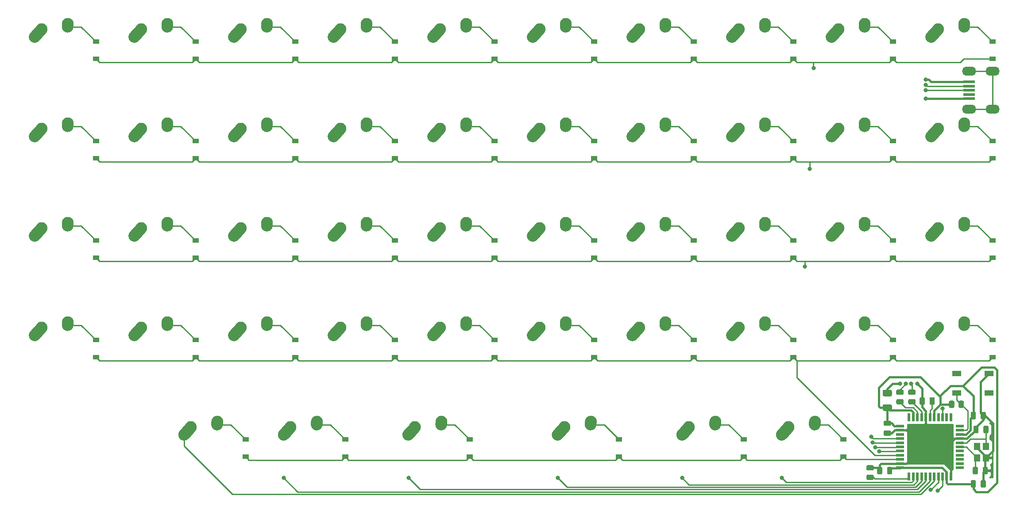
<source format=gbl>
%TF.GenerationSoftware,KiCad,Pcbnew,(5.1.12)-1*%
%TF.CreationDate,2021-12-31T00:15:38-05:00*%
%TF.ProjectId,my-keeb,6d792d6b-6565-4622-9e6b-696361645f70,rev?*%
%TF.SameCoordinates,Original*%
%TF.FileFunction,Copper,L2,Bot*%
%TF.FilePolarity,Positive*%
%FSLAX46Y46*%
G04 Gerber Fmt 4.6, Leading zero omitted, Abs format (unit mm)*
G04 Created by KiCad (PCBNEW (5.1.12)-1) date 2021-12-31 00:15:38*
%MOMM*%
%LPD*%
G01*
G04 APERTURE LIST*
%TA.AperFunction,SMDPad,CuDef*%
%ADD10R,1.200000X1.400000*%
%TD*%
%TA.AperFunction,ComponentPad*%
%ADD11O,2.700000X1.700000*%
%TD*%
%TA.AperFunction,SMDPad,CuDef*%
%ADD12R,2.250000X0.500000*%
%TD*%
%TA.AperFunction,SMDPad,CuDef*%
%ADD13R,1.500000X0.550000*%
%TD*%
%TA.AperFunction,SMDPad,CuDef*%
%ADD14R,0.550000X1.500000*%
%TD*%
%TA.AperFunction,SMDPad,CuDef*%
%ADD15R,1.800000X1.100000*%
%TD*%
%TA.AperFunction,ComponentPad*%
%ADD16C,2.250000*%
%TD*%
%TA.AperFunction,SMDPad,CuDef*%
%ADD17R,1.200000X0.900000*%
%TD*%
%TA.AperFunction,ViaPad*%
%ADD18C,0.800000*%
%TD*%
%TA.AperFunction,Conductor*%
%ADD19C,0.381000*%
%TD*%
%TA.AperFunction,Conductor*%
%ADD20C,0.254000*%
%TD*%
%TA.AperFunction,Conductor*%
%ADD21C,0.100000*%
%TD*%
G04 APERTURE END LIST*
D10*
%TO.P,Y1,4*%
%TO.N,GND*%
X200367000Y-100287000D03*
%TO.P,Y1,3*%
%TO.N,Net-(C4-Pad1)*%
X200367000Y-98087000D03*
%TO.P,Y1,2*%
%TO.N,GND*%
X198667000Y-98087000D03*
%TO.P,Y1,1*%
%TO.N,Net-(C3-Pad1)*%
X198667000Y-100287000D03*
%TD*%
D11*
%TO.P,USB1,6*%
%TO.N,Net-(USB1-Pad6)*%
X201604000Y-26228000D03*
X201604000Y-33528000D03*
X197104000Y-33528000D03*
X197104000Y-26228000D03*
D12*
%TO.P,USB1,5*%
%TO.N,VCC*%
X197104000Y-28278000D03*
%TO.P,USB1,4*%
%TO.N,D-*%
X197104000Y-29078000D03*
%TO.P,USB1,3*%
%TO.N,D+*%
X197104000Y-29878000D03*
%TO.P,USB1,2*%
%TO.N,Net-(USB1-Pad2)*%
X197104000Y-30678000D03*
%TO.P,USB1,1*%
%TO.N,GND*%
X197104000Y-31478000D03*
%TD*%
D13*
%TO.P,U1,44*%
%TO.N,+5V*%
X183942750Y-94202750D03*
%TO.P,U1,43*%
%TO.N,GND*%
X183942750Y-95002750D03*
%TO.P,U1,42*%
%TO.N,Net-(U1-Pad42)*%
X183942750Y-95802750D03*
%TO.P,U1,41*%
%TO.N,COL8*%
X183942750Y-96602750D03*
%TO.P,U1,40*%
%TO.N,ROW0*%
X183942750Y-97402750D03*
%TO.P,U1,39*%
%TO.N,ROW1*%
X183942750Y-98202750D03*
%TO.P,U1,38*%
%TO.N,ROW2*%
X183942750Y-99002750D03*
%TO.P,U1,37*%
%TO.N,ROW3*%
X183942750Y-99802750D03*
%TO.P,U1,36*%
%TO.N,ROW4*%
X183942750Y-100602750D03*
%TO.P,U1,35*%
%TO.N,GND*%
X183942750Y-101402750D03*
%TO.P,U1,34*%
%TO.N,+5V*%
X183942750Y-102202750D03*
D14*
%TO.P,U1,33*%
%TO.N,Net-(R4-Pad2)*%
X185642750Y-103902750D03*
%TO.P,U1,32*%
%TO.N,COL7*%
X186442750Y-103902750D03*
%TO.P,U1,31*%
%TO.N,COL6*%
X187242750Y-103902750D03*
%TO.P,U1,30*%
%TO.N,COL5*%
X188042750Y-103902750D03*
%TO.P,U1,29*%
%TO.N,COL4*%
X188842750Y-103902750D03*
%TO.P,U1,28*%
%TO.N,COL3*%
X189642750Y-103902750D03*
%TO.P,U1,27*%
%TO.N,COL2*%
X190442750Y-103902750D03*
%TO.P,U1,26*%
%TO.N,COL1*%
X191242750Y-103902750D03*
%TO.P,U1,25*%
%TO.N,COL0*%
X192042750Y-103902750D03*
%TO.P,U1,24*%
%TO.N,+5V*%
X192842750Y-103902750D03*
%TO.P,U1,23*%
%TO.N,GND*%
X193642750Y-103902750D03*
D13*
%TO.P,U1,22*%
%TO.N,Net-(U1-Pad22)*%
X195342750Y-102202750D03*
%TO.P,U1,21*%
%TO.N,Net-(U1-Pad21)*%
X195342750Y-101402750D03*
%TO.P,U1,20*%
%TO.N,Net-(U1-Pad20)*%
X195342750Y-100602750D03*
%TO.P,U1,19*%
%TO.N,Net-(U1-Pad19)*%
X195342750Y-99802750D03*
%TO.P,U1,18*%
%TO.N,Net-(U1-Pad18)*%
X195342750Y-99002750D03*
%TO.P,U1,17*%
%TO.N,Net-(C3-Pad1)*%
X195342750Y-98202750D03*
%TO.P,U1,16*%
%TO.N,Net-(C4-Pad1)*%
X195342750Y-97402750D03*
%TO.P,U1,15*%
%TO.N,GND*%
X195342750Y-96602750D03*
%TO.P,U1,14*%
%TO.N,+5V*%
X195342750Y-95802750D03*
%TO.P,U1,13*%
%TO.N,Net-(R3-Pad2)*%
X195342750Y-95002750D03*
%TO.P,U1,12*%
%TO.N,Net-(U1-Pad12)*%
X195342750Y-94202750D03*
D14*
%TO.P,U1,11*%
%TO.N,Net-(U1-Pad11)*%
X193642750Y-92502750D03*
%TO.P,U1,10*%
%TO.N,Net-(U1-Pad10)*%
X192842750Y-92502750D03*
%TO.P,U1,9*%
%TO.N,COL9*%
X192042750Y-92502750D03*
%TO.P,U1,8*%
%TO.N,Net-(U1-Pad8)*%
X191242750Y-92502750D03*
%TO.P,U1,7*%
%TO.N,+5V*%
X190442750Y-92502750D03*
%TO.P,U1,6*%
%TO.N,Net-(C6-Pad1)*%
X189642750Y-92502750D03*
%TO.P,U1,5*%
%TO.N,GND*%
X188842750Y-92502750D03*
%TO.P,U1,4*%
%TO.N,Net-(R2-Pad1)*%
X188042750Y-92502750D03*
%TO.P,U1,3*%
%TO.N,Net-(R1-Pad1)*%
X187242750Y-92502750D03*
%TO.P,U1,2*%
%TO.N,+5V*%
X186442750Y-92502750D03*
%TO.P,U1,1*%
%TO.N,Net-(U1-Pad1)*%
X185642750Y-92502750D03*
%TD*%
D15*
%TO.P,SW1,4*%
%TO.N,N/C*%
X194766000Y-84129000D03*
%TO.P,SW1,3*%
X200966000Y-87829000D03*
%TO.P,SW1,2*%
%TO.N,Net-(R3-Pad2)*%
X194766000Y-87829000D03*
%TO.P,SW1,1*%
%TO.N,GND*%
X200966000Y-84129000D03*
%TD*%
%TO.P,R4,2*%
%TO.N,Net-(R4-Pad2)*%
%TA.AperFunction,SMDPad,CuDef*%
G36*
G01*
X177730998Y-103524000D02*
X178631002Y-103524000D01*
G75*
G02*
X178881000Y-103773998I0J-249998D01*
G01*
X178881000Y-104299002D01*
G75*
G02*
X178631002Y-104549000I-249998J0D01*
G01*
X177730998Y-104549000D01*
G75*
G02*
X177481000Y-104299002I0J249998D01*
G01*
X177481000Y-103773998D01*
G75*
G02*
X177730998Y-103524000I249998J0D01*
G01*
G37*
%TD.AperFunction*%
%TO.P,R4,1*%
%TO.N,GND*%
%TA.AperFunction,SMDPad,CuDef*%
G36*
G01*
X177730998Y-101699000D02*
X178631002Y-101699000D01*
G75*
G02*
X178881000Y-101948998I0J-249998D01*
G01*
X178881000Y-102474002D01*
G75*
G02*
X178631002Y-102724000I-249998J0D01*
G01*
X177730998Y-102724000D01*
G75*
G02*
X177481000Y-102474002I0J249998D01*
G01*
X177481000Y-101948998D01*
G75*
G02*
X177730998Y-101699000I249998J0D01*
G01*
G37*
%TD.AperFunction*%
%TD*%
%TO.P,R3,2*%
%TO.N,Net-(R3-Pad2)*%
%TA.AperFunction,SMDPad,CuDef*%
G36*
G01*
X195091000Y-90493002D02*
X195091000Y-89592998D01*
G75*
G02*
X195340998Y-89343000I249998J0D01*
G01*
X195866002Y-89343000D01*
G75*
G02*
X196116000Y-89592998I0J-249998D01*
G01*
X196116000Y-90493002D01*
G75*
G02*
X195866002Y-90743000I-249998J0D01*
G01*
X195340998Y-90743000D01*
G75*
G02*
X195091000Y-90493002I0J249998D01*
G01*
G37*
%TD.AperFunction*%
%TO.P,R3,1*%
%TO.N,+5V*%
%TA.AperFunction,SMDPad,CuDef*%
G36*
G01*
X193266000Y-90493002D02*
X193266000Y-89592998D01*
G75*
G02*
X193515998Y-89343000I249998J0D01*
G01*
X194041002Y-89343000D01*
G75*
G02*
X194291000Y-89592998I0J-249998D01*
G01*
X194291000Y-90493002D01*
G75*
G02*
X194041002Y-90743000I-249998J0D01*
G01*
X193515998Y-90743000D01*
G75*
G02*
X193266000Y-90493002I0J249998D01*
G01*
G37*
%TD.AperFunction*%
%TD*%
%TO.P,R2,2*%
%TO.N,D+*%
%TA.AperFunction,SMDPad,CuDef*%
G36*
G01*
X186632002Y-88246000D02*
X185731998Y-88246000D01*
G75*
G02*
X185482000Y-87996002I0J249998D01*
G01*
X185482000Y-87470998D01*
G75*
G02*
X185731998Y-87221000I249998J0D01*
G01*
X186632002Y-87221000D01*
G75*
G02*
X186882000Y-87470998I0J-249998D01*
G01*
X186882000Y-87996002D01*
G75*
G02*
X186632002Y-88246000I-249998J0D01*
G01*
G37*
%TD.AperFunction*%
%TO.P,R2,1*%
%TO.N,Net-(R2-Pad1)*%
%TA.AperFunction,SMDPad,CuDef*%
G36*
G01*
X186632002Y-90071000D02*
X185731998Y-90071000D01*
G75*
G02*
X185482000Y-89821002I0J249998D01*
G01*
X185482000Y-89295998D01*
G75*
G02*
X185731998Y-89046000I249998J0D01*
G01*
X186632002Y-89046000D01*
G75*
G02*
X186882000Y-89295998I0J-249998D01*
G01*
X186882000Y-89821002D01*
G75*
G02*
X186632002Y-90071000I-249998J0D01*
G01*
G37*
%TD.AperFunction*%
%TD*%
%TO.P,R1,2*%
%TO.N,D-*%
%TA.AperFunction,SMDPad,CuDef*%
G36*
G01*
X184346002Y-88246000D02*
X183445998Y-88246000D01*
G75*
G02*
X183196000Y-87996002I0J249998D01*
G01*
X183196000Y-87470998D01*
G75*
G02*
X183445998Y-87221000I249998J0D01*
G01*
X184346002Y-87221000D01*
G75*
G02*
X184596000Y-87470998I0J-249998D01*
G01*
X184596000Y-87996002D01*
G75*
G02*
X184346002Y-88246000I-249998J0D01*
G01*
G37*
%TD.AperFunction*%
%TO.P,R1,1*%
%TO.N,Net-(R1-Pad1)*%
%TA.AperFunction,SMDPad,CuDef*%
G36*
G01*
X184346002Y-90071000D02*
X183445998Y-90071000D01*
G75*
G02*
X183196000Y-89821002I0J249998D01*
G01*
X183196000Y-89295998D01*
G75*
G02*
X183445998Y-89046000I249998J0D01*
G01*
X184346002Y-89046000D01*
G75*
G02*
X184596000Y-89295998I0J-249998D01*
G01*
X184596000Y-89821002D01*
G75*
G02*
X184346002Y-90071000I-249998J0D01*
G01*
G37*
%TD.AperFunction*%
%TD*%
D16*
%TO.P,MX46,1*%
%TO.N,COL9*%
X191175000Y-75375000D03*
%TA.AperFunction,ComponentPad*%
G36*
G01*
X189113688Y-77672350D02*
X189113683Y-77672345D01*
G75*
G02*
X189027655Y-76083683I751317J837345D01*
G01*
X190337657Y-74623683D01*
G75*
G02*
X191926319Y-74537655I837345J-751317D01*
G01*
X191926319Y-74537655D01*
G75*
G02*
X192012347Y-76126317I-751317J-837345D01*
G01*
X190702345Y-77586317D01*
G75*
G02*
X189113683Y-77672345I-837345J751317D01*
G01*
G37*
%TD.AperFunction*%
%TO.P,MX46,2*%
%TO.N,Net-(D46-Pad2)*%
X196215000Y-74295000D03*
%TA.AperFunction,ComponentPad*%
G36*
G01*
X196098483Y-75997395D02*
X196097597Y-75997334D01*
G75*
G02*
X195052666Y-74797597I77403J1122334D01*
G01*
X195092666Y-74217597D01*
G75*
G02*
X196292403Y-73172666I1122334J-77403D01*
G01*
X196292403Y-73172666D01*
G75*
G02*
X197337334Y-74372403I-77403J-1122334D01*
G01*
X197297334Y-74952403D01*
G75*
G02*
X196097597Y-75997334I-1122334J77403D01*
G01*
G37*
%TD.AperFunction*%
%TD*%
%TO.P,MX45,1*%
%TO.N,COL9*%
X191175000Y-56325000D03*
%TA.AperFunction,ComponentPad*%
G36*
G01*
X189113688Y-58622350D02*
X189113683Y-58622345D01*
G75*
G02*
X189027655Y-57033683I751317J837345D01*
G01*
X190337657Y-55573683D01*
G75*
G02*
X191926319Y-55487655I837345J-751317D01*
G01*
X191926319Y-55487655D01*
G75*
G02*
X192012347Y-57076317I-751317J-837345D01*
G01*
X190702345Y-58536317D01*
G75*
G02*
X189113683Y-58622345I-837345J751317D01*
G01*
G37*
%TD.AperFunction*%
%TO.P,MX45,2*%
%TO.N,Net-(D45-Pad2)*%
X196215000Y-55245000D03*
%TA.AperFunction,ComponentPad*%
G36*
G01*
X196098483Y-56947395D02*
X196097597Y-56947334D01*
G75*
G02*
X195052666Y-55747597I77403J1122334D01*
G01*
X195092666Y-55167597D01*
G75*
G02*
X196292403Y-54122666I1122334J-77403D01*
G01*
X196292403Y-54122666D01*
G75*
G02*
X197337334Y-55322403I-77403J-1122334D01*
G01*
X197297334Y-55902403D01*
G75*
G02*
X196097597Y-56947334I-1122334J77403D01*
G01*
G37*
%TD.AperFunction*%
%TD*%
%TO.P,MX44,1*%
%TO.N,COL9*%
X191175000Y-37275000D03*
%TA.AperFunction,ComponentPad*%
G36*
G01*
X189113688Y-39572350D02*
X189113683Y-39572345D01*
G75*
G02*
X189027655Y-37983683I751317J837345D01*
G01*
X190337657Y-36523683D01*
G75*
G02*
X191926319Y-36437655I837345J-751317D01*
G01*
X191926319Y-36437655D01*
G75*
G02*
X192012347Y-38026317I-751317J-837345D01*
G01*
X190702345Y-39486317D01*
G75*
G02*
X189113683Y-39572345I-837345J751317D01*
G01*
G37*
%TD.AperFunction*%
%TO.P,MX44,2*%
%TO.N,Net-(D44-Pad2)*%
X196215000Y-36195000D03*
%TA.AperFunction,ComponentPad*%
G36*
G01*
X196098483Y-37897395D02*
X196097597Y-37897334D01*
G75*
G02*
X195052666Y-36697597I77403J1122334D01*
G01*
X195092666Y-36117597D01*
G75*
G02*
X196292403Y-35072666I1122334J-77403D01*
G01*
X196292403Y-35072666D01*
G75*
G02*
X197337334Y-36272403I-77403J-1122334D01*
G01*
X197297334Y-36852403D01*
G75*
G02*
X196097597Y-37897334I-1122334J77403D01*
G01*
G37*
%TD.AperFunction*%
%TD*%
%TO.P,MX43,1*%
%TO.N,COL9*%
X191175000Y-18225000D03*
%TA.AperFunction,ComponentPad*%
G36*
G01*
X189113688Y-20522350D02*
X189113683Y-20522345D01*
G75*
G02*
X189027655Y-18933683I751317J837345D01*
G01*
X190337657Y-17473683D01*
G75*
G02*
X191926319Y-17387655I837345J-751317D01*
G01*
X191926319Y-17387655D01*
G75*
G02*
X192012347Y-18976317I-751317J-837345D01*
G01*
X190702345Y-20436317D01*
G75*
G02*
X189113683Y-20522345I-837345J751317D01*
G01*
G37*
%TD.AperFunction*%
%TO.P,MX43,2*%
%TO.N,Net-(D43-Pad2)*%
X196215000Y-17145000D03*
%TA.AperFunction,ComponentPad*%
G36*
G01*
X196098483Y-18847395D02*
X196097597Y-18847334D01*
G75*
G02*
X195052666Y-17647597I77403J1122334D01*
G01*
X195092666Y-17067597D01*
G75*
G02*
X196292403Y-16022666I1122334J-77403D01*
G01*
X196292403Y-16022666D01*
G75*
G02*
X197337334Y-17222403I-77403J-1122334D01*
G01*
X197297334Y-17802403D01*
G75*
G02*
X196097597Y-18847334I-1122334J77403D01*
G01*
G37*
%TD.AperFunction*%
%TD*%
%TO.P,MX42,1*%
%TO.N,COL8*%
X172125000Y-75375000D03*
%TA.AperFunction,ComponentPad*%
G36*
G01*
X170063688Y-77672350D02*
X170063683Y-77672345D01*
G75*
G02*
X169977655Y-76083683I751317J837345D01*
G01*
X171287657Y-74623683D01*
G75*
G02*
X172876319Y-74537655I837345J-751317D01*
G01*
X172876319Y-74537655D01*
G75*
G02*
X172962347Y-76126317I-751317J-837345D01*
G01*
X171652345Y-77586317D01*
G75*
G02*
X170063683Y-77672345I-837345J751317D01*
G01*
G37*
%TD.AperFunction*%
%TO.P,MX42,2*%
%TO.N,Net-(D42-Pad2)*%
X177165000Y-74295000D03*
%TA.AperFunction,ComponentPad*%
G36*
G01*
X177048483Y-75997395D02*
X177047597Y-75997334D01*
G75*
G02*
X176002666Y-74797597I77403J1122334D01*
G01*
X176042666Y-74217597D01*
G75*
G02*
X177242403Y-73172666I1122334J-77403D01*
G01*
X177242403Y-73172666D01*
G75*
G02*
X178287334Y-74372403I-77403J-1122334D01*
G01*
X178247334Y-74952403D01*
G75*
G02*
X177047597Y-75997334I-1122334J77403D01*
G01*
G37*
%TD.AperFunction*%
%TD*%
%TO.P,MX41,1*%
%TO.N,COL8*%
X172125000Y-56325000D03*
%TA.AperFunction,ComponentPad*%
G36*
G01*
X170063688Y-58622350D02*
X170063683Y-58622345D01*
G75*
G02*
X169977655Y-57033683I751317J837345D01*
G01*
X171287657Y-55573683D01*
G75*
G02*
X172876319Y-55487655I837345J-751317D01*
G01*
X172876319Y-55487655D01*
G75*
G02*
X172962347Y-57076317I-751317J-837345D01*
G01*
X171652345Y-58536317D01*
G75*
G02*
X170063683Y-58622345I-837345J751317D01*
G01*
G37*
%TD.AperFunction*%
%TO.P,MX41,2*%
%TO.N,Net-(D41-Pad2)*%
X177165000Y-55245000D03*
%TA.AperFunction,ComponentPad*%
G36*
G01*
X177048483Y-56947395D02*
X177047597Y-56947334D01*
G75*
G02*
X176002666Y-55747597I77403J1122334D01*
G01*
X176042666Y-55167597D01*
G75*
G02*
X177242403Y-54122666I1122334J-77403D01*
G01*
X177242403Y-54122666D01*
G75*
G02*
X178287334Y-55322403I-77403J-1122334D01*
G01*
X178247334Y-55902403D01*
G75*
G02*
X177047597Y-56947334I-1122334J77403D01*
G01*
G37*
%TD.AperFunction*%
%TD*%
%TO.P,MX40,1*%
%TO.N,COL8*%
X172125000Y-37275000D03*
%TA.AperFunction,ComponentPad*%
G36*
G01*
X170063688Y-39572350D02*
X170063683Y-39572345D01*
G75*
G02*
X169977655Y-37983683I751317J837345D01*
G01*
X171287657Y-36523683D01*
G75*
G02*
X172876319Y-36437655I837345J-751317D01*
G01*
X172876319Y-36437655D01*
G75*
G02*
X172962347Y-38026317I-751317J-837345D01*
G01*
X171652345Y-39486317D01*
G75*
G02*
X170063683Y-39572345I-837345J751317D01*
G01*
G37*
%TD.AperFunction*%
%TO.P,MX40,2*%
%TO.N,Net-(D40-Pad2)*%
X177165000Y-36195000D03*
%TA.AperFunction,ComponentPad*%
G36*
G01*
X177048483Y-37897395D02*
X177047597Y-37897334D01*
G75*
G02*
X176002666Y-36697597I77403J1122334D01*
G01*
X176042666Y-36117597D01*
G75*
G02*
X177242403Y-35072666I1122334J-77403D01*
G01*
X177242403Y-35072666D01*
G75*
G02*
X178287334Y-36272403I-77403J-1122334D01*
G01*
X178247334Y-36852403D01*
G75*
G02*
X177047597Y-37897334I-1122334J77403D01*
G01*
G37*
%TD.AperFunction*%
%TD*%
%TO.P,MX39,1*%
%TO.N,COL8*%
X172125000Y-18225000D03*
%TA.AperFunction,ComponentPad*%
G36*
G01*
X170063688Y-20522350D02*
X170063683Y-20522345D01*
G75*
G02*
X169977655Y-18933683I751317J837345D01*
G01*
X171287657Y-17473683D01*
G75*
G02*
X172876319Y-17387655I837345J-751317D01*
G01*
X172876319Y-17387655D01*
G75*
G02*
X172962347Y-18976317I-751317J-837345D01*
G01*
X171652345Y-20436317D01*
G75*
G02*
X170063683Y-20522345I-837345J751317D01*
G01*
G37*
%TD.AperFunction*%
%TO.P,MX39,2*%
%TO.N,Net-(D39-Pad2)*%
X177165000Y-17145000D03*
%TA.AperFunction,ComponentPad*%
G36*
G01*
X177048483Y-18847395D02*
X177047597Y-18847334D01*
G75*
G02*
X176002666Y-17647597I77403J1122334D01*
G01*
X176042666Y-17067597D01*
G75*
G02*
X177242403Y-16022666I1122334J-77403D01*
G01*
X177242403Y-16022666D01*
G75*
G02*
X178287334Y-17222403I-77403J-1122334D01*
G01*
X178247334Y-17802403D01*
G75*
G02*
X177047597Y-18847334I-1122334J77403D01*
G01*
G37*
%TD.AperFunction*%
%TD*%
%TO.P,MX38,1*%
%TO.N,COL7*%
X162600000Y-94425000D03*
%TA.AperFunction,ComponentPad*%
G36*
G01*
X160538688Y-96722350D02*
X160538683Y-96722345D01*
G75*
G02*
X160452655Y-95133683I751317J837345D01*
G01*
X161762657Y-93673683D01*
G75*
G02*
X163351319Y-93587655I837345J-751317D01*
G01*
X163351319Y-93587655D01*
G75*
G02*
X163437347Y-95176317I-751317J-837345D01*
G01*
X162127345Y-96636317D01*
G75*
G02*
X160538683Y-96722345I-837345J751317D01*
G01*
G37*
%TD.AperFunction*%
%TO.P,MX38,2*%
%TO.N,Net-(D38-Pad2)*%
X167640000Y-93345000D03*
%TA.AperFunction,ComponentPad*%
G36*
G01*
X167523483Y-95047395D02*
X167522597Y-95047334D01*
G75*
G02*
X166477666Y-93847597I77403J1122334D01*
G01*
X166517666Y-93267597D01*
G75*
G02*
X167717403Y-92222666I1122334J-77403D01*
G01*
X167717403Y-92222666D01*
G75*
G02*
X168762334Y-93422403I-77403J-1122334D01*
G01*
X168722334Y-94002403D01*
G75*
G02*
X167522597Y-95047334I-1122334J77403D01*
G01*
G37*
%TD.AperFunction*%
%TD*%
%TO.P,MX37,1*%
%TO.N,COL7*%
X153075000Y-75375000D03*
%TA.AperFunction,ComponentPad*%
G36*
G01*
X151013688Y-77672350D02*
X151013683Y-77672345D01*
G75*
G02*
X150927655Y-76083683I751317J837345D01*
G01*
X152237657Y-74623683D01*
G75*
G02*
X153826319Y-74537655I837345J-751317D01*
G01*
X153826319Y-74537655D01*
G75*
G02*
X153912347Y-76126317I-751317J-837345D01*
G01*
X152602345Y-77586317D01*
G75*
G02*
X151013683Y-77672345I-837345J751317D01*
G01*
G37*
%TD.AperFunction*%
%TO.P,MX37,2*%
%TO.N,Net-(D37-Pad2)*%
X158115000Y-74295000D03*
%TA.AperFunction,ComponentPad*%
G36*
G01*
X157998483Y-75997395D02*
X157997597Y-75997334D01*
G75*
G02*
X156952666Y-74797597I77403J1122334D01*
G01*
X156992666Y-74217597D01*
G75*
G02*
X158192403Y-73172666I1122334J-77403D01*
G01*
X158192403Y-73172666D01*
G75*
G02*
X159237334Y-74372403I-77403J-1122334D01*
G01*
X159197334Y-74952403D01*
G75*
G02*
X157997597Y-75997334I-1122334J77403D01*
G01*
G37*
%TD.AperFunction*%
%TD*%
%TO.P,MX36,1*%
%TO.N,COL7*%
X153075000Y-56325000D03*
%TA.AperFunction,ComponentPad*%
G36*
G01*
X151013688Y-58622350D02*
X151013683Y-58622345D01*
G75*
G02*
X150927655Y-57033683I751317J837345D01*
G01*
X152237657Y-55573683D01*
G75*
G02*
X153826319Y-55487655I837345J-751317D01*
G01*
X153826319Y-55487655D01*
G75*
G02*
X153912347Y-57076317I-751317J-837345D01*
G01*
X152602345Y-58536317D01*
G75*
G02*
X151013683Y-58622345I-837345J751317D01*
G01*
G37*
%TD.AperFunction*%
%TO.P,MX36,2*%
%TO.N,Net-(D36-Pad2)*%
X158115000Y-55245000D03*
%TA.AperFunction,ComponentPad*%
G36*
G01*
X157998483Y-56947395D02*
X157997597Y-56947334D01*
G75*
G02*
X156952666Y-55747597I77403J1122334D01*
G01*
X156992666Y-55167597D01*
G75*
G02*
X158192403Y-54122666I1122334J-77403D01*
G01*
X158192403Y-54122666D01*
G75*
G02*
X159237334Y-55322403I-77403J-1122334D01*
G01*
X159197334Y-55902403D01*
G75*
G02*
X157997597Y-56947334I-1122334J77403D01*
G01*
G37*
%TD.AperFunction*%
%TD*%
%TO.P,MX35,1*%
%TO.N,COL7*%
X153075000Y-37275000D03*
%TA.AperFunction,ComponentPad*%
G36*
G01*
X151013688Y-39572350D02*
X151013683Y-39572345D01*
G75*
G02*
X150927655Y-37983683I751317J837345D01*
G01*
X152237657Y-36523683D01*
G75*
G02*
X153826319Y-36437655I837345J-751317D01*
G01*
X153826319Y-36437655D01*
G75*
G02*
X153912347Y-38026317I-751317J-837345D01*
G01*
X152602345Y-39486317D01*
G75*
G02*
X151013683Y-39572345I-837345J751317D01*
G01*
G37*
%TD.AperFunction*%
%TO.P,MX35,2*%
%TO.N,Net-(D35-Pad2)*%
X158115000Y-36195000D03*
%TA.AperFunction,ComponentPad*%
G36*
G01*
X157998483Y-37897395D02*
X157997597Y-37897334D01*
G75*
G02*
X156952666Y-36697597I77403J1122334D01*
G01*
X156992666Y-36117597D01*
G75*
G02*
X158192403Y-35072666I1122334J-77403D01*
G01*
X158192403Y-35072666D01*
G75*
G02*
X159237334Y-36272403I-77403J-1122334D01*
G01*
X159197334Y-36852403D01*
G75*
G02*
X157997597Y-37897334I-1122334J77403D01*
G01*
G37*
%TD.AperFunction*%
%TD*%
%TO.P,MX34,1*%
%TO.N,COL7*%
X153075000Y-18225000D03*
%TA.AperFunction,ComponentPad*%
G36*
G01*
X151013688Y-20522350D02*
X151013683Y-20522345D01*
G75*
G02*
X150927655Y-18933683I751317J837345D01*
G01*
X152237657Y-17473683D01*
G75*
G02*
X153826319Y-17387655I837345J-751317D01*
G01*
X153826319Y-17387655D01*
G75*
G02*
X153912347Y-18976317I-751317J-837345D01*
G01*
X152602345Y-20436317D01*
G75*
G02*
X151013683Y-20522345I-837345J751317D01*
G01*
G37*
%TD.AperFunction*%
%TO.P,MX34,2*%
%TO.N,Net-(D34-Pad2)*%
X158115000Y-17145000D03*
%TA.AperFunction,ComponentPad*%
G36*
G01*
X157998483Y-18847395D02*
X157997597Y-18847334D01*
G75*
G02*
X156952666Y-17647597I77403J1122334D01*
G01*
X156992666Y-17067597D01*
G75*
G02*
X158192403Y-16022666I1122334J-77403D01*
G01*
X158192403Y-16022666D01*
G75*
G02*
X159237334Y-17222403I-77403J-1122334D01*
G01*
X159197334Y-17802403D01*
G75*
G02*
X157997597Y-18847334I-1122334J77403D01*
G01*
G37*
%TD.AperFunction*%
%TD*%
%TO.P,MX33,1*%
%TO.N,COL6*%
X143550000Y-94425000D03*
%TA.AperFunction,ComponentPad*%
G36*
G01*
X141488688Y-96722350D02*
X141488683Y-96722345D01*
G75*
G02*
X141402655Y-95133683I751317J837345D01*
G01*
X142712657Y-93673683D01*
G75*
G02*
X144301319Y-93587655I837345J-751317D01*
G01*
X144301319Y-93587655D01*
G75*
G02*
X144387347Y-95176317I-751317J-837345D01*
G01*
X143077345Y-96636317D01*
G75*
G02*
X141488683Y-96722345I-837345J751317D01*
G01*
G37*
%TD.AperFunction*%
%TO.P,MX33,2*%
%TO.N,Net-(D33-Pad2)*%
X148590000Y-93345000D03*
%TA.AperFunction,ComponentPad*%
G36*
G01*
X148473483Y-95047395D02*
X148472597Y-95047334D01*
G75*
G02*
X147427666Y-93847597I77403J1122334D01*
G01*
X147467666Y-93267597D01*
G75*
G02*
X148667403Y-92222666I1122334J-77403D01*
G01*
X148667403Y-92222666D01*
G75*
G02*
X149712334Y-93422403I-77403J-1122334D01*
G01*
X149672334Y-94002403D01*
G75*
G02*
X148472597Y-95047334I-1122334J77403D01*
G01*
G37*
%TD.AperFunction*%
%TD*%
%TO.P,MX32,1*%
%TO.N,COL6*%
X134025000Y-75375000D03*
%TA.AperFunction,ComponentPad*%
G36*
G01*
X131963688Y-77672350D02*
X131963683Y-77672345D01*
G75*
G02*
X131877655Y-76083683I751317J837345D01*
G01*
X133187657Y-74623683D01*
G75*
G02*
X134776319Y-74537655I837345J-751317D01*
G01*
X134776319Y-74537655D01*
G75*
G02*
X134862347Y-76126317I-751317J-837345D01*
G01*
X133552345Y-77586317D01*
G75*
G02*
X131963683Y-77672345I-837345J751317D01*
G01*
G37*
%TD.AperFunction*%
%TO.P,MX32,2*%
%TO.N,Net-(D32-Pad2)*%
X139065000Y-74295000D03*
%TA.AperFunction,ComponentPad*%
G36*
G01*
X138948483Y-75997395D02*
X138947597Y-75997334D01*
G75*
G02*
X137902666Y-74797597I77403J1122334D01*
G01*
X137942666Y-74217597D01*
G75*
G02*
X139142403Y-73172666I1122334J-77403D01*
G01*
X139142403Y-73172666D01*
G75*
G02*
X140187334Y-74372403I-77403J-1122334D01*
G01*
X140147334Y-74952403D01*
G75*
G02*
X138947597Y-75997334I-1122334J77403D01*
G01*
G37*
%TD.AperFunction*%
%TD*%
%TO.P,MX31,1*%
%TO.N,COL6*%
X134025000Y-56325000D03*
%TA.AperFunction,ComponentPad*%
G36*
G01*
X131963688Y-58622350D02*
X131963683Y-58622345D01*
G75*
G02*
X131877655Y-57033683I751317J837345D01*
G01*
X133187657Y-55573683D01*
G75*
G02*
X134776319Y-55487655I837345J-751317D01*
G01*
X134776319Y-55487655D01*
G75*
G02*
X134862347Y-57076317I-751317J-837345D01*
G01*
X133552345Y-58536317D01*
G75*
G02*
X131963683Y-58622345I-837345J751317D01*
G01*
G37*
%TD.AperFunction*%
%TO.P,MX31,2*%
%TO.N,Net-(D31-Pad2)*%
X139065000Y-55245000D03*
%TA.AperFunction,ComponentPad*%
G36*
G01*
X138948483Y-56947395D02*
X138947597Y-56947334D01*
G75*
G02*
X137902666Y-55747597I77403J1122334D01*
G01*
X137942666Y-55167597D01*
G75*
G02*
X139142403Y-54122666I1122334J-77403D01*
G01*
X139142403Y-54122666D01*
G75*
G02*
X140187334Y-55322403I-77403J-1122334D01*
G01*
X140147334Y-55902403D01*
G75*
G02*
X138947597Y-56947334I-1122334J77403D01*
G01*
G37*
%TD.AperFunction*%
%TD*%
%TO.P,MX30,1*%
%TO.N,COL6*%
X134025000Y-37275000D03*
%TA.AperFunction,ComponentPad*%
G36*
G01*
X131963688Y-39572350D02*
X131963683Y-39572345D01*
G75*
G02*
X131877655Y-37983683I751317J837345D01*
G01*
X133187657Y-36523683D01*
G75*
G02*
X134776319Y-36437655I837345J-751317D01*
G01*
X134776319Y-36437655D01*
G75*
G02*
X134862347Y-38026317I-751317J-837345D01*
G01*
X133552345Y-39486317D01*
G75*
G02*
X131963683Y-39572345I-837345J751317D01*
G01*
G37*
%TD.AperFunction*%
%TO.P,MX30,2*%
%TO.N,Net-(D30-Pad2)*%
X139065000Y-36195000D03*
%TA.AperFunction,ComponentPad*%
G36*
G01*
X138948483Y-37897395D02*
X138947597Y-37897334D01*
G75*
G02*
X137902666Y-36697597I77403J1122334D01*
G01*
X137942666Y-36117597D01*
G75*
G02*
X139142403Y-35072666I1122334J-77403D01*
G01*
X139142403Y-35072666D01*
G75*
G02*
X140187334Y-36272403I-77403J-1122334D01*
G01*
X140147334Y-36852403D01*
G75*
G02*
X138947597Y-37897334I-1122334J77403D01*
G01*
G37*
%TD.AperFunction*%
%TD*%
%TO.P,MX29,1*%
%TO.N,COL6*%
X134025000Y-18225000D03*
%TA.AperFunction,ComponentPad*%
G36*
G01*
X131963688Y-20522350D02*
X131963683Y-20522345D01*
G75*
G02*
X131877655Y-18933683I751317J837345D01*
G01*
X133187657Y-17473683D01*
G75*
G02*
X134776319Y-17387655I837345J-751317D01*
G01*
X134776319Y-17387655D01*
G75*
G02*
X134862347Y-18976317I-751317J-837345D01*
G01*
X133552345Y-20436317D01*
G75*
G02*
X131963683Y-20522345I-837345J751317D01*
G01*
G37*
%TD.AperFunction*%
%TO.P,MX29,2*%
%TO.N,Net-(D29-Pad2)*%
X139065000Y-17145000D03*
%TA.AperFunction,ComponentPad*%
G36*
G01*
X138948483Y-18847395D02*
X138947597Y-18847334D01*
G75*
G02*
X137902666Y-17647597I77403J1122334D01*
G01*
X137942666Y-17067597D01*
G75*
G02*
X139142403Y-16022666I1122334J-77403D01*
G01*
X139142403Y-16022666D01*
G75*
G02*
X140187334Y-17222403I-77403J-1122334D01*
G01*
X140147334Y-17802403D01*
G75*
G02*
X138947597Y-18847334I-1122334J77403D01*
G01*
G37*
%TD.AperFunction*%
%TD*%
%TO.P,MX28,1*%
%TO.N,COL5*%
X119737500Y-94425000D03*
%TA.AperFunction,ComponentPad*%
G36*
G01*
X117676188Y-96722350D02*
X117676183Y-96722345D01*
G75*
G02*
X117590155Y-95133683I751317J837345D01*
G01*
X118900157Y-93673683D01*
G75*
G02*
X120488819Y-93587655I837345J-751317D01*
G01*
X120488819Y-93587655D01*
G75*
G02*
X120574847Y-95176317I-751317J-837345D01*
G01*
X119264845Y-96636317D01*
G75*
G02*
X117676183Y-96722345I-837345J751317D01*
G01*
G37*
%TD.AperFunction*%
%TO.P,MX28,2*%
%TO.N,Net-(D28-Pad2)*%
X124777500Y-93345000D03*
%TA.AperFunction,ComponentPad*%
G36*
G01*
X124660983Y-95047395D02*
X124660097Y-95047334D01*
G75*
G02*
X123615166Y-93847597I77403J1122334D01*
G01*
X123655166Y-93267597D01*
G75*
G02*
X124854903Y-92222666I1122334J-77403D01*
G01*
X124854903Y-92222666D01*
G75*
G02*
X125899834Y-93422403I-77403J-1122334D01*
G01*
X125859834Y-94002403D01*
G75*
G02*
X124660097Y-95047334I-1122334J77403D01*
G01*
G37*
%TD.AperFunction*%
%TD*%
%TO.P,MX27,1*%
%TO.N,COL5*%
X114975000Y-75375000D03*
%TA.AperFunction,ComponentPad*%
G36*
G01*
X112913688Y-77672350D02*
X112913683Y-77672345D01*
G75*
G02*
X112827655Y-76083683I751317J837345D01*
G01*
X114137657Y-74623683D01*
G75*
G02*
X115726319Y-74537655I837345J-751317D01*
G01*
X115726319Y-74537655D01*
G75*
G02*
X115812347Y-76126317I-751317J-837345D01*
G01*
X114502345Y-77586317D01*
G75*
G02*
X112913683Y-77672345I-837345J751317D01*
G01*
G37*
%TD.AperFunction*%
%TO.P,MX27,2*%
%TO.N,Net-(D27-Pad2)*%
X120015000Y-74295000D03*
%TA.AperFunction,ComponentPad*%
G36*
G01*
X119898483Y-75997395D02*
X119897597Y-75997334D01*
G75*
G02*
X118852666Y-74797597I77403J1122334D01*
G01*
X118892666Y-74217597D01*
G75*
G02*
X120092403Y-73172666I1122334J-77403D01*
G01*
X120092403Y-73172666D01*
G75*
G02*
X121137334Y-74372403I-77403J-1122334D01*
G01*
X121097334Y-74952403D01*
G75*
G02*
X119897597Y-75997334I-1122334J77403D01*
G01*
G37*
%TD.AperFunction*%
%TD*%
%TO.P,MX26,1*%
%TO.N,COL5*%
X114975000Y-56325000D03*
%TA.AperFunction,ComponentPad*%
G36*
G01*
X112913688Y-58622350D02*
X112913683Y-58622345D01*
G75*
G02*
X112827655Y-57033683I751317J837345D01*
G01*
X114137657Y-55573683D01*
G75*
G02*
X115726319Y-55487655I837345J-751317D01*
G01*
X115726319Y-55487655D01*
G75*
G02*
X115812347Y-57076317I-751317J-837345D01*
G01*
X114502345Y-58536317D01*
G75*
G02*
X112913683Y-58622345I-837345J751317D01*
G01*
G37*
%TD.AperFunction*%
%TO.P,MX26,2*%
%TO.N,Net-(D26-Pad2)*%
X120015000Y-55245000D03*
%TA.AperFunction,ComponentPad*%
G36*
G01*
X119898483Y-56947395D02*
X119897597Y-56947334D01*
G75*
G02*
X118852666Y-55747597I77403J1122334D01*
G01*
X118892666Y-55167597D01*
G75*
G02*
X120092403Y-54122666I1122334J-77403D01*
G01*
X120092403Y-54122666D01*
G75*
G02*
X121137334Y-55322403I-77403J-1122334D01*
G01*
X121097334Y-55902403D01*
G75*
G02*
X119897597Y-56947334I-1122334J77403D01*
G01*
G37*
%TD.AperFunction*%
%TD*%
%TO.P,MX25,1*%
%TO.N,COL5*%
X114975000Y-37275000D03*
%TA.AperFunction,ComponentPad*%
G36*
G01*
X112913688Y-39572350D02*
X112913683Y-39572345D01*
G75*
G02*
X112827655Y-37983683I751317J837345D01*
G01*
X114137657Y-36523683D01*
G75*
G02*
X115726319Y-36437655I837345J-751317D01*
G01*
X115726319Y-36437655D01*
G75*
G02*
X115812347Y-38026317I-751317J-837345D01*
G01*
X114502345Y-39486317D01*
G75*
G02*
X112913683Y-39572345I-837345J751317D01*
G01*
G37*
%TD.AperFunction*%
%TO.P,MX25,2*%
%TO.N,Net-(D25-Pad2)*%
X120015000Y-36195000D03*
%TA.AperFunction,ComponentPad*%
G36*
G01*
X119898483Y-37897395D02*
X119897597Y-37897334D01*
G75*
G02*
X118852666Y-36697597I77403J1122334D01*
G01*
X118892666Y-36117597D01*
G75*
G02*
X120092403Y-35072666I1122334J-77403D01*
G01*
X120092403Y-35072666D01*
G75*
G02*
X121137334Y-36272403I-77403J-1122334D01*
G01*
X121097334Y-36852403D01*
G75*
G02*
X119897597Y-37897334I-1122334J77403D01*
G01*
G37*
%TD.AperFunction*%
%TD*%
%TO.P,MX24,1*%
%TO.N,COL5*%
X114975000Y-18225000D03*
%TA.AperFunction,ComponentPad*%
G36*
G01*
X112913688Y-20522350D02*
X112913683Y-20522345D01*
G75*
G02*
X112827655Y-18933683I751317J837345D01*
G01*
X114137657Y-17473683D01*
G75*
G02*
X115726319Y-17387655I837345J-751317D01*
G01*
X115726319Y-17387655D01*
G75*
G02*
X115812347Y-18976317I-751317J-837345D01*
G01*
X114502345Y-20436317D01*
G75*
G02*
X112913683Y-20522345I-837345J751317D01*
G01*
G37*
%TD.AperFunction*%
%TO.P,MX24,2*%
%TO.N,Net-(D24-Pad2)*%
X120015000Y-17145000D03*
%TA.AperFunction,ComponentPad*%
G36*
G01*
X119898483Y-18847395D02*
X119897597Y-18847334D01*
G75*
G02*
X118852666Y-17647597I77403J1122334D01*
G01*
X118892666Y-17067597D01*
G75*
G02*
X120092403Y-16022666I1122334J-77403D01*
G01*
X120092403Y-16022666D01*
G75*
G02*
X121137334Y-17222403I-77403J-1122334D01*
G01*
X121097334Y-17802403D01*
G75*
G02*
X119897597Y-18847334I-1122334J77403D01*
G01*
G37*
%TD.AperFunction*%
%TD*%
%TO.P,MX23,1*%
%TO.N,COL4*%
X91162500Y-94425000D03*
%TA.AperFunction,ComponentPad*%
G36*
G01*
X89101188Y-96722350D02*
X89101183Y-96722345D01*
G75*
G02*
X89015155Y-95133683I751317J837345D01*
G01*
X90325157Y-93673683D01*
G75*
G02*
X91913819Y-93587655I837345J-751317D01*
G01*
X91913819Y-93587655D01*
G75*
G02*
X91999847Y-95176317I-751317J-837345D01*
G01*
X90689845Y-96636317D01*
G75*
G02*
X89101183Y-96722345I-837345J751317D01*
G01*
G37*
%TD.AperFunction*%
%TO.P,MX23,2*%
%TO.N,Net-(D23-Pad2)*%
X96202500Y-93345000D03*
%TA.AperFunction,ComponentPad*%
G36*
G01*
X96085983Y-95047395D02*
X96085097Y-95047334D01*
G75*
G02*
X95040166Y-93847597I77403J1122334D01*
G01*
X95080166Y-93267597D01*
G75*
G02*
X96279903Y-92222666I1122334J-77403D01*
G01*
X96279903Y-92222666D01*
G75*
G02*
X97324834Y-93422403I-77403J-1122334D01*
G01*
X97284834Y-94002403D01*
G75*
G02*
X96085097Y-95047334I-1122334J77403D01*
G01*
G37*
%TD.AperFunction*%
%TD*%
%TO.P,MX22,1*%
%TO.N,COL4*%
X95925000Y-75375000D03*
%TA.AperFunction,ComponentPad*%
G36*
G01*
X93863688Y-77672350D02*
X93863683Y-77672345D01*
G75*
G02*
X93777655Y-76083683I751317J837345D01*
G01*
X95087657Y-74623683D01*
G75*
G02*
X96676319Y-74537655I837345J-751317D01*
G01*
X96676319Y-74537655D01*
G75*
G02*
X96762347Y-76126317I-751317J-837345D01*
G01*
X95452345Y-77586317D01*
G75*
G02*
X93863683Y-77672345I-837345J751317D01*
G01*
G37*
%TD.AperFunction*%
%TO.P,MX22,2*%
%TO.N,Net-(D22-Pad2)*%
X100965000Y-74295000D03*
%TA.AperFunction,ComponentPad*%
G36*
G01*
X100848483Y-75997395D02*
X100847597Y-75997334D01*
G75*
G02*
X99802666Y-74797597I77403J1122334D01*
G01*
X99842666Y-74217597D01*
G75*
G02*
X101042403Y-73172666I1122334J-77403D01*
G01*
X101042403Y-73172666D01*
G75*
G02*
X102087334Y-74372403I-77403J-1122334D01*
G01*
X102047334Y-74952403D01*
G75*
G02*
X100847597Y-75997334I-1122334J77403D01*
G01*
G37*
%TD.AperFunction*%
%TD*%
%TO.P,MX21,1*%
%TO.N,COL4*%
X95925000Y-56325000D03*
%TA.AperFunction,ComponentPad*%
G36*
G01*
X93863688Y-58622350D02*
X93863683Y-58622345D01*
G75*
G02*
X93777655Y-57033683I751317J837345D01*
G01*
X95087657Y-55573683D01*
G75*
G02*
X96676319Y-55487655I837345J-751317D01*
G01*
X96676319Y-55487655D01*
G75*
G02*
X96762347Y-57076317I-751317J-837345D01*
G01*
X95452345Y-58536317D01*
G75*
G02*
X93863683Y-58622345I-837345J751317D01*
G01*
G37*
%TD.AperFunction*%
%TO.P,MX21,2*%
%TO.N,Net-(D21-Pad2)*%
X100965000Y-55245000D03*
%TA.AperFunction,ComponentPad*%
G36*
G01*
X100848483Y-56947395D02*
X100847597Y-56947334D01*
G75*
G02*
X99802666Y-55747597I77403J1122334D01*
G01*
X99842666Y-55167597D01*
G75*
G02*
X101042403Y-54122666I1122334J-77403D01*
G01*
X101042403Y-54122666D01*
G75*
G02*
X102087334Y-55322403I-77403J-1122334D01*
G01*
X102047334Y-55902403D01*
G75*
G02*
X100847597Y-56947334I-1122334J77403D01*
G01*
G37*
%TD.AperFunction*%
%TD*%
%TO.P,MX20,1*%
%TO.N,COL4*%
X95925000Y-37275000D03*
%TA.AperFunction,ComponentPad*%
G36*
G01*
X93863688Y-39572350D02*
X93863683Y-39572345D01*
G75*
G02*
X93777655Y-37983683I751317J837345D01*
G01*
X95087657Y-36523683D01*
G75*
G02*
X96676319Y-36437655I837345J-751317D01*
G01*
X96676319Y-36437655D01*
G75*
G02*
X96762347Y-38026317I-751317J-837345D01*
G01*
X95452345Y-39486317D01*
G75*
G02*
X93863683Y-39572345I-837345J751317D01*
G01*
G37*
%TD.AperFunction*%
%TO.P,MX20,2*%
%TO.N,Net-(D20-Pad2)*%
X100965000Y-36195000D03*
%TA.AperFunction,ComponentPad*%
G36*
G01*
X100848483Y-37897395D02*
X100847597Y-37897334D01*
G75*
G02*
X99802666Y-36697597I77403J1122334D01*
G01*
X99842666Y-36117597D01*
G75*
G02*
X101042403Y-35072666I1122334J-77403D01*
G01*
X101042403Y-35072666D01*
G75*
G02*
X102087334Y-36272403I-77403J-1122334D01*
G01*
X102047334Y-36852403D01*
G75*
G02*
X100847597Y-37897334I-1122334J77403D01*
G01*
G37*
%TD.AperFunction*%
%TD*%
%TO.P,MX19,1*%
%TO.N,COL4*%
X95925000Y-18225000D03*
%TA.AperFunction,ComponentPad*%
G36*
G01*
X93863688Y-20522350D02*
X93863683Y-20522345D01*
G75*
G02*
X93777655Y-18933683I751317J837345D01*
G01*
X95087657Y-17473683D01*
G75*
G02*
X96676319Y-17387655I837345J-751317D01*
G01*
X96676319Y-17387655D01*
G75*
G02*
X96762347Y-18976317I-751317J-837345D01*
G01*
X95452345Y-20436317D01*
G75*
G02*
X93863683Y-20522345I-837345J751317D01*
G01*
G37*
%TD.AperFunction*%
%TO.P,MX19,2*%
%TO.N,Net-(D19-Pad2)*%
X100965000Y-17145000D03*
%TA.AperFunction,ComponentPad*%
G36*
G01*
X100848483Y-18847395D02*
X100847597Y-18847334D01*
G75*
G02*
X99802666Y-17647597I77403J1122334D01*
G01*
X99842666Y-17067597D01*
G75*
G02*
X101042403Y-16022666I1122334J-77403D01*
G01*
X101042403Y-16022666D01*
G75*
G02*
X102087334Y-17222403I-77403J-1122334D01*
G01*
X102047334Y-17802403D01*
G75*
G02*
X100847597Y-18847334I-1122334J77403D01*
G01*
G37*
%TD.AperFunction*%
%TD*%
%TO.P,MX18,1*%
%TO.N,COL3*%
X67350000Y-94425000D03*
%TA.AperFunction,ComponentPad*%
G36*
G01*
X65288688Y-96722350D02*
X65288683Y-96722345D01*
G75*
G02*
X65202655Y-95133683I751317J837345D01*
G01*
X66512657Y-93673683D01*
G75*
G02*
X68101319Y-93587655I837345J-751317D01*
G01*
X68101319Y-93587655D01*
G75*
G02*
X68187347Y-95176317I-751317J-837345D01*
G01*
X66877345Y-96636317D01*
G75*
G02*
X65288683Y-96722345I-837345J751317D01*
G01*
G37*
%TD.AperFunction*%
%TO.P,MX18,2*%
%TO.N,Net-(D18-Pad2)*%
X72390000Y-93345000D03*
%TA.AperFunction,ComponentPad*%
G36*
G01*
X72273483Y-95047395D02*
X72272597Y-95047334D01*
G75*
G02*
X71227666Y-93847597I77403J1122334D01*
G01*
X71267666Y-93267597D01*
G75*
G02*
X72467403Y-92222666I1122334J-77403D01*
G01*
X72467403Y-92222666D01*
G75*
G02*
X73512334Y-93422403I-77403J-1122334D01*
G01*
X73472334Y-94002403D01*
G75*
G02*
X72272597Y-95047334I-1122334J77403D01*
G01*
G37*
%TD.AperFunction*%
%TD*%
%TO.P,MX17,1*%
%TO.N,COL3*%
X76875000Y-75375000D03*
%TA.AperFunction,ComponentPad*%
G36*
G01*
X74813688Y-77672350D02*
X74813683Y-77672345D01*
G75*
G02*
X74727655Y-76083683I751317J837345D01*
G01*
X76037657Y-74623683D01*
G75*
G02*
X77626319Y-74537655I837345J-751317D01*
G01*
X77626319Y-74537655D01*
G75*
G02*
X77712347Y-76126317I-751317J-837345D01*
G01*
X76402345Y-77586317D01*
G75*
G02*
X74813683Y-77672345I-837345J751317D01*
G01*
G37*
%TD.AperFunction*%
%TO.P,MX17,2*%
%TO.N,Net-(D17-Pad2)*%
X81915000Y-74295000D03*
%TA.AperFunction,ComponentPad*%
G36*
G01*
X81798483Y-75997395D02*
X81797597Y-75997334D01*
G75*
G02*
X80752666Y-74797597I77403J1122334D01*
G01*
X80792666Y-74217597D01*
G75*
G02*
X81992403Y-73172666I1122334J-77403D01*
G01*
X81992403Y-73172666D01*
G75*
G02*
X83037334Y-74372403I-77403J-1122334D01*
G01*
X82997334Y-74952403D01*
G75*
G02*
X81797597Y-75997334I-1122334J77403D01*
G01*
G37*
%TD.AperFunction*%
%TD*%
%TO.P,MX16,1*%
%TO.N,COL3*%
X76875000Y-56325000D03*
%TA.AperFunction,ComponentPad*%
G36*
G01*
X74813688Y-58622350D02*
X74813683Y-58622345D01*
G75*
G02*
X74727655Y-57033683I751317J837345D01*
G01*
X76037657Y-55573683D01*
G75*
G02*
X77626319Y-55487655I837345J-751317D01*
G01*
X77626319Y-55487655D01*
G75*
G02*
X77712347Y-57076317I-751317J-837345D01*
G01*
X76402345Y-58536317D01*
G75*
G02*
X74813683Y-58622345I-837345J751317D01*
G01*
G37*
%TD.AperFunction*%
%TO.P,MX16,2*%
%TO.N,Net-(D16-Pad2)*%
X81915000Y-55245000D03*
%TA.AperFunction,ComponentPad*%
G36*
G01*
X81798483Y-56947395D02*
X81797597Y-56947334D01*
G75*
G02*
X80752666Y-55747597I77403J1122334D01*
G01*
X80792666Y-55167597D01*
G75*
G02*
X81992403Y-54122666I1122334J-77403D01*
G01*
X81992403Y-54122666D01*
G75*
G02*
X83037334Y-55322403I-77403J-1122334D01*
G01*
X82997334Y-55902403D01*
G75*
G02*
X81797597Y-56947334I-1122334J77403D01*
G01*
G37*
%TD.AperFunction*%
%TD*%
%TO.P,MX15,1*%
%TO.N,COL3*%
X76875000Y-37275000D03*
%TA.AperFunction,ComponentPad*%
G36*
G01*
X74813688Y-39572350D02*
X74813683Y-39572345D01*
G75*
G02*
X74727655Y-37983683I751317J837345D01*
G01*
X76037657Y-36523683D01*
G75*
G02*
X77626319Y-36437655I837345J-751317D01*
G01*
X77626319Y-36437655D01*
G75*
G02*
X77712347Y-38026317I-751317J-837345D01*
G01*
X76402345Y-39486317D01*
G75*
G02*
X74813683Y-39572345I-837345J751317D01*
G01*
G37*
%TD.AperFunction*%
%TO.P,MX15,2*%
%TO.N,Net-(D15-Pad2)*%
X81915000Y-36195000D03*
%TA.AperFunction,ComponentPad*%
G36*
G01*
X81798483Y-37897395D02*
X81797597Y-37897334D01*
G75*
G02*
X80752666Y-36697597I77403J1122334D01*
G01*
X80792666Y-36117597D01*
G75*
G02*
X81992403Y-35072666I1122334J-77403D01*
G01*
X81992403Y-35072666D01*
G75*
G02*
X83037334Y-36272403I-77403J-1122334D01*
G01*
X82997334Y-36852403D01*
G75*
G02*
X81797597Y-37897334I-1122334J77403D01*
G01*
G37*
%TD.AperFunction*%
%TD*%
%TO.P,MX14,1*%
%TO.N,COL3*%
X76875000Y-18225000D03*
%TA.AperFunction,ComponentPad*%
G36*
G01*
X74813688Y-20522350D02*
X74813683Y-20522345D01*
G75*
G02*
X74727655Y-18933683I751317J837345D01*
G01*
X76037657Y-17473683D01*
G75*
G02*
X77626319Y-17387655I837345J-751317D01*
G01*
X77626319Y-17387655D01*
G75*
G02*
X77712347Y-18976317I-751317J-837345D01*
G01*
X76402345Y-20436317D01*
G75*
G02*
X74813683Y-20522345I-837345J751317D01*
G01*
G37*
%TD.AperFunction*%
%TO.P,MX14,2*%
%TO.N,Net-(D14-Pad2)*%
X81915000Y-17145000D03*
%TA.AperFunction,ComponentPad*%
G36*
G01*
X81798483Y-18847395D02*
X81797597Y-18847334D01*
G75*
G02*
X80752666Y-17647597I77403J1122334D01*
G01*
X80792666Y-17067597D01*
G75*
G02*
X81992403Y-16022666I1122334J-77403D01*
G01*
X81992403Y-16022666D01*
G75*
G02*
X83037334Y-17222403I-77403J-1122334D01*
G01*
X82997334Y-17802403D01*
G75*
G02*
X81797597Y-18847334I-1122334J77403D01*
G01*
G37*
%TD.AperFunction*%
%TD*%
%TO.P,MX13,1*%
%TO.N,COL2*%
X48300000Y-94425000D03*
%TA.AperFunction,ComponentPad*%
G36*
G01*
X46238688Y-96722350D02*
X46238683Y-96722345D01*
G75*
G02*
X46152655Y-95133683I751317J837345D01*
G01*
X47462657Y-93673683D01*
G75*
G02*
X49051319Y-93587655I837345J-751317D01*
G01*
X49051319Y-93587655D01*
G75*
G02*
X49137347Y-95176317I-751317J-837345D01*
G01*
X47827345Y-96636317D01*
G75*
G02*
X46238683Y-96722345I-837345J751317D01*
G01*
G37*
%TD.AperFunction*%
%TO.P,MX13,2*%
%TO.N,Net-(D13-Pad2)*%
X53340000Y-93345000D03*
%TA.AperFunction,ComponentPad*%
G36*
G01*
X53223483Y-95047395D02*
X53222597Y-95047334D01*
G75*
G02*
X52177666Y-93847597I77403J1122334D01*
G01*
X52217666Y-93267597D01*
G75*
G02*
X53417403Y-92222666I1122334J-77403D01*
G01*
X53417403Y-92222666D01*
G75*
G02*
X54462334Y-93422403I-77403J-1122334D01*
G01*
X54422334Y-94002403D01*
G75*
G02*
X53222597Y-95047334I-1122334J77403D01*
G01*
G37*
%TD.AperFunction*%
%TD*%
%TO.P,MX12,1*%
%TO.N,COL2*%
X57825000Y-75375000D03*
%TA.AperFunction,ComponentPad*%
G36*
G01*
X55763688Y-77672350D02*
X55763683Y-77672345D01*
G75*
G02*
X55677655Y-76083683I751317J837345D01*
G01*
X56987657Y-74623683D01*
G75*
G02*
X58576319Y-74537655I837345J-751317D01*
G01*
X58576319Y-74537655D01*
G75*
G02*
X58662347Y-76126317I-751317J-837345D01*
G01*
X57352345Y-77586317D01*
G75*
G02*
X55763683Y-77672345I-837345J751317D01*
G01*
G37*
%TD.AperFunction*%
%TO.P,MX12,2*%
%TO.N,Net-(D12-Pad2)*%
X62865000Y-74295000D03*
%TA.AperFunction,ComponentPad*%
G36*
G01*
X62748483Y-75997395D02*
X62747597Y-75997334D01*
G75*
G02*
X61702666Y-74797597I77403J1122334D01*
G01*
X61742666Y-74217597D01*
G75*
G02*
X62942403Y-73172666I1122334J-77403D01*
G01*
X62942403Y-73172666D01*
G75*
G02*
X63987334Y-74372403I-77403J-1122334D01*
G01*
X63947334Y-74952403D01*
G75*
G02*
X62747597Y-75997334I-1122334J77403D01*
G01*
G37*
%TD.AperFunction*%
%TD*%
%TO.P,MX11,1*%
%TO.N,COL2*%
X57825000Y-56325000D03*
%TA.AperFunction,ComponentPad*%
G36*
G01*
X55763688Y-58622350D02*
X55763683Y-58622345D01*
G75*
G02*
X55677655Y-57033683I751317J837345D01*
G01*
X56987657Y-55573683D01*
G75*
G02*
X58576319Y-55487655I837345J-751317D01*
G01*
X58576319Y-55487655D01*
G75*
G02*
X58662347Y-57076317I-751317J-837345D01*
G01*
X57352345Y-58536317D01*
G75*
G02*
X55763683Y-58622345I-837345J751317D01*
G01*
G37*
%TD.AperFunction*%
%TO.P,MX11,2*%
%TO.N,Net-(D11-Pad2)*%
X62865000Y-55245000D03*
%TA.AperFunction,ComponentPad*%
G36*
G01*
X62748483Y-56947395D02*
X62747597Y-56947334D01*
G75*
G02*
X61702666Y-55747597I77403J1122334D01*
G01*
X61742666Y-55167597D01*
G75*
G02*
X62942403Y-54122666I1122334J-77403D01*
G01*
X62942403Y-54122666D01*
G75*
G02*
X63987334Y-55322403I-77403J-1122334D01*
G01*
X63947334Y-55902403D01*
G75*
G02*
X62747597Y-56947334I-1122334J77403D01*
G01*
G37*
%TD.AperFunction*%
%TD*%
%TO.P,MX10,1*%
%TO.N,COL2*%
X57825000Y-37275000D03*
%TA.AperFunction,ComponentPad*%
G36*
G01*
X55763688Y-39572350D02*
X55763683Y-39572345D01*
G75*
G02*
X55677655Y-37983683I751317J837345D01*
G01*
X56987657Y-36523683D01*
G75*
G02*
X58576319Y-36437655I837345J-751317D01*
G01*
X58576319Y-36437655D01*
G75*
G02*
X58662347Y-38026317I-751317J-837345D01*
G01*
X57352345Y-39486317D01*
G75*
G02*
X55763683Y-39572345I-837345J751317D01*
G01*
G37*
%TD.AperFunction*%
%TO.P,MX10,2*%
%TO.N,Net-(D10-Pad2)*%
X62865000Y-36195000D03*
%TA.AperFunction,ComponentPad*%
G36*
G01*
X62748483Y-37897395D02*
X62747597Y-37897334D01*
G75*
G02*
X61702666Y-36697597I77403J1122334D01*
G01*
X61742666Y-36117597D01*
G75*
G02*
X62942403Y-35072666I1122334J-77403D01*
G01*
X62942403Y-35072666D01*
G75*
G02*
X63987334Y-36272403I-77403J-1122334D01*
G01*
X63947334Y-36852403D01*
G75*
G02*
X62747597Y-37897334I-1122334J77403D01*
G01*
G37*
%TD.AperFunction*%
%TD*%
%TO.P,MX9,1*%
%TO.N,COL2*%
X57825000Y-18225000D03*
%TA.AperFunction,ComponentPad*%
G36*
G01*
X55763688Y-20522350D02*
X55763683Y-20522345D01*
G75*
G02*
X55677655Y-18933683I751317J837345D01*
G01*
X56987657Y-17473683D01*
G75*
G02*
X58576319Y-17387655I837345J-751317D01*
G01*
X58576319Y-17387655D01*
G75*
G02*
X58662347Y-18976317I-751317J-837345D01*
G01*
X57352345Y-20436317D01*
G75*
G02*
X55763683Y-20522345I-837345J751317D01*
G01*
G37*
%TD.AperFunction*%
%TO.P,MX9,2*%
%TO.N,Net-(D9-Pad2)*%
X62865000Y-17145000D03*
%TA.AperFunction,ComponentPad*%
G36*
G01*
X62748483Y-18847395D02*
X62747597Y-18847334D01*
G75*
G02*
X61702666Y-17647597I77403J1122334D01*
G01*
X61742666Y-17067597D01*
G75*
G02*
X62942403Y-16022666I1122334J-77403D01*
G01*
X62942403Y-16022666D01*
G75*
G02*
X63987334Y-17222403I-77403J-1122334D01*
G01*
X63947334Y-17802403D01*
G75*
G02*
X62747597Y-18847334I-1122334J77403D01*
G01*
G37*
%TD.AperFunction*%
%TD*%
%TO.P,MX8,1*%
%TO.N,COL1*%
X38775000Y-75375000D03*
%TA.AperFunction,ComponentPad*%
G36*
G01*
X36713688Y-77672350D02*
X36713683Y-77672345D01*
G75*
G02*
X36627655Y-76083683I751317J837345D01*
G01*
X37937657Y-74623683D01*
G75*
G02*
X39526319Y-74537655I837345J-751317D01*
G01*
X39526319Y-74537655D01*
G75*
G02*
X39612347Y-76126317I-751317J-837345D01*
G01*
X38302345Y-77586317D01*
G75*
G02*
X36713683Y-77672345I-837345J751317D01*
G01*
G37*
%TD.AperFunction*%
%TO.P,MX8,2*%
%TO.N,Net-(D8-Pad2)*%
X43815000Y-74295000D03*
%TA.AperFunction,ComponentPad*%
G36*
G01*
X43698483Y-75997395D02*
X43697597Y-75997334D01*
G75*
G02*
X42652666Y-74797597I77403J1122334D01*
G01*
X42692666Y-74217597D01*
G75*
G02*
X43892403Y-73172666I1122334J-77403D01*
G01*
X43892403Y-73172666D01*
G75*
G02*
X44937334Y-74372403I-77403J-1122334D01*
G01*
X44897334Y-74952403D01*
G75*
G02*
X43697597Y-75997334I-1122334J77403D01*
G01*
G37*
%TD.AperFunction*%
%TD*%
%TO.P,MX7,1*%
%TO.N,COL1*%
X38775000Y-56325000D03*
%TA.AperFunction,ComponentPad*%
G36*
G01*
X36713688Y-58622350D02*
X36713683Y-58622345D01*
G75*
G02*
X36627655Y-57033683I751317J837345D01*
G01*
X37937657Y-55573683D01*
G75*
G02*
X39526319Y-55487655I837345J-751317D01*
G01*
X39526319Y-55487655D01*
G75*
G02*
X39612347Y-57076317I-751317J-837345D01*
G01*
X38302345Y-58536317D01*
G75*
G02*
X36713683Y-58622345I-837345J751317D01*
G01*
G37*
%TD.AperFunction*%
%TO.P,MX7,2*%
%TO.N,Net-(D7-Pad2)*%
X43815000Y-55245000D03*
%TA.AperFunction,ComponentPad*%
G36*
G01*
X43698483Y-56947395D02*
X43697597Y-56947334D01*
G75*
G02*
X42652666Y-55747597I77403J1122334D01*
G01*
X42692666Y-55167597D01*
G75*
G02*
X43892403Y-54122666I1122334J-77403D01*
G01*
X43892403Y-54122666D01*
G75*
G02*
X44937334Y-55322403I-77403J-1122334D01*
G01*
X44897334Y-55902403D01*
G75*
G02*
X43697597Y-56947334I-1122334J77403D01*
G01*
G37*
%TD.AperFunction*%
%TD*%
%TO.P,MX6,1*%
%TO.N,COL1*%
X38775000Y-37275000D03*
%TA.AperFunction,ComponentPad*%
G36*
G01*
X36713688Y-39572350D02*
X36713683Y-39572345D01*
G75*
G02*
X36627655Y-37983683I751317J837345D01*
G01*
X37937657Y-36523683D01*
G75*
G02*
X39526319Y-36437655I837345J-751317D01*
G01*
X39526319Y-36437655D01*
G75*
G02*
X39612347Y-38026317I-751317J-837345D01*
G01*
X38302345Y-39486317D01*
G75*
G02*
X36713683Y-39572345I-837345J751317D01*
G01*
G37*
%TD.AperFunction*%
%TO.P,MX6,2*%
%TO.N,Net-(D6-Pad2)*%
X43815000Y-36195000D03*
%TA.AperFunction,ComponentPad*%
G36*
G01*
X43698483Y-37897395D02*
X43697597Y-37897334D01*
G75*
G02*
X42652666Y-36697597I77403J1122334D01*
G01*
X42692666Y-36117597D01*
G75*
G02*
X43892403Y-35072666I1122334J-77403D01*
G01*
X43892403Y-35072666D01*
G75*
G02*
X44937334Y-36272403I-77403J-1122334D01*
G01*
X44897334Y-36852403D01*
G75*
G02*
X43697597Y-37897334I-1122334J77403D01*
G01*
G37*
%TD.AperFunction*%
%TD*%
%TO.P,MX5,1*%
%TO.N,COL1*%
X38775000Y-18225000D03*
%TA.AperFunction,ComponentPad*%
G36*
G01*
X36713688Y-20522350D02*
X36713683Y-20522345D01*
G75*
G02*
X36627655Y-18933683I751317J837345D01*
G01*
X37937657Y-17473683D01*
G75*
G02*
X39526319Y-17387655I837345J-751317D01*
G01*
X39526319Y-17387655D01*
G75*
G02*
X39612347Y-18976317I-751317J-837345D01*
G01*
X38302345Y-20436317D01*
G75*
G02*
X36713683Y-20522345I-837345J751317D01*
G01*
G37*
%TD.AperFunction*%
%TO.P,MX5,2*%
%TO.N,Net-(D5-Pad2)*%
X43815000Y-17145000D03*
%TA.AperFunction,ComponentPad*%
G36*
G01*
X43698483Y-18847395D02*
X43697597Y-18847334D01*
G75*
G02*
X42652666Y-17647597I77403J1122334D01*
G01*
X42692666Y-17067597D01*
G75*
G02*
X43892403Y-16022666I1122334J-77403D01*
G01*
X43892403Y-16022666D01*
G75*
G02*
X44937334Y-17222403I-77403J-1122334D01*
G01*
X44897334Y-17802403D01*
G75*
G02*
X43697597Y-18847334I-1122334J77403D01*
G01*
G37*
%TD.AperFunction*%
%TD*%
%TO.P,MX4,1*%
%TO.N,COL0*%
X19725000Y-75375000D03*
%TA.AperFunction,ComponentPad*%
G36*
G01*
X17663688Y-77672350D02*
X17663683Y-77672345D01*
G75*
G02*
X17577655Y-76083683I751317J837345D01*
G01*
X18887657Y-74623683D01*
G75*
G02*
X20476319Y-74537655I837345J-751317D01*
G01*
X20476319Y-74537655D01*
G75*
G02*
X20562347Y-76126317I-751317J-837345D01*
G01*
X19252345Y-77586317D01*
G75*
G02*
X17663683Y-77672345I-837345J751317D01*
G01*
G37*
%TD.AperFunction*%
%TO.P,MX4,2*%
%TO.N,Net-(D4-Pad2)*%
X24765000Y-74295000D03*
%TA.AperFunction,ComponentPad*%
G36*
G01*
X24648483Y-75997395D02*
X24647597Y-75997334D01*
G75*
G02*
X23602666Y-74797597I77403J1122334D01*
G01*
X23642666Y-74217597D01*
G75*
G02*
X24842403Y-73172666I1122334J-77403D01*
G01*
X24842403Y-73172666D01*
G75*
G02*
X25887334Y-74372403I-77403J-1122334D01*
G01*
X25847334Y-74952403D01*
G75*
G02*
X24647597Y-75997334I-1122334J77403D01*
G01*
G37*
%TD.AperFunction*%
%TD*%
%TO.P,MX3,1*%
%TO.N,COL0*%
X19725000Y-56325000D03*
%TA.AperFunction,ComponentPad*%
G36*
G01*
X17663688Y-58622350D02*
X17663683Y-58622345D01*
G75*
G02*
X17577655Y-57033683I751317J837345D01*
G01*
X18887657Y-55573683D01*
G75*
G02*
X20476319Y-55487655I837345J-751317D01*
G01*
X20476319Y-55487655D01*
G75*
G02*
X20562347Y-57076317I-751317J-837345D01*
G01*
X19252345Y-58536317D01*
G75*
G02*
X17663683Y-58622345I-837345J751317D01*
G01*
G37*
%TD.AperFunction*%
%TO.P,MX3,2*%
%TO.N,Net-(D3-Pad2)*%
X24765000Y-55245000D03*
%TA.AperFunction,ComponentPad*%
G36*
G01*
X24648483Y-56947395D02*
X24647597Y-56947334D01*
G75*
G02*
X23602666Y-55747597I77403J1122334D01*
G01*
X23642666Y-55167597D01*
G75*
G02*
X24842403Y-54122666I1122334J-77403D01*
G01*
X24842403Y-54122666D01*
G75*
G02*
X25887334Y-55322403I-77403J-1122334D01*
G01*
X25847334Y-55902403D01*
G75*
G02*
X24647597Y-56947334I-1122334J77403D01*
G01*
G37*
%TD.AperFunction*%
%TD*%
%TO.P,MX2,1*%
%TO.N,COL0*%
X19725000Y-37275000D03*
%TA.AperFunction,ComponentPad*%
G36*
G01*
X17663688Y-39572350D02*
X17663683Y-39572345D01*
G75*
G02*
X17577655Y-37983683I751317J837345D01*
G01*
X18887657Y-36523683D01*
G75*
G02*
X20476319Y-36437655I837345J-751317D01*
G01*
X20476319Y-36437655D01*
G75*
G02*
X20562347Y-38026317I-751317J-837345D01*
G01*
X19252345Y-39486317D01*
G75*
G02*
X17663683Y-39572345I-837345J751317D01*
G01*
G37*
%TD.AperFunction*%
%TO.P,MX2,2*%
%TO.N,Net-(D2-Pad2)*%
X24765000Y-36195000D03*
%TA.AperFunction,ComponentPad*%
G36*
G01*
X24648483Y-37897395D02*
X24647597Y-37897334D01*
G75*
G02*
X23602666Y-36697597I77403J1122334D01*
G01*
X23642666Y-36117597D01*
G75*
G02*
X24842403Y-35072666I1122334J-77403D01*
G01*
X24842403Y-35072666D01*
G75*
G02*
X25887334Y-36272403I-77403J-1122334D01*
G01*
X25847334Y-36852403D01*
G75*
G02*
X24647597Y-37897334I-1122334J77403D01*
G01*
G37*
%TD.AperFunction*%
%TD*%
%TO.P,MX1,1*%
%TO.N,COL0*%
X19725000Y-18225000D03*
%TA.AperFunction,ComponentPad*%
G36*
G01*
X17663688Y-20522350D02*
X17663683Y-20522345D01*
G75*
G02*
X17577655Y-18933683I751317J837345D01*
G01*
X18887657Y-17473683D01*
G75*
G02*
X20476319Y-17387655I837345J-751317D01*
G01*
X20476319Y-17387655D01*
G75*
G02*
X20562347Y-18976317I-751317J-837345D01*
G01*
X19252345Y-20436317D01*
G75*
G02*
X17663683Y-20522345I-837345J751317D01*
G01*
G37*
%TD.AperFunction*%
%TO.P,MX1,2*%
%TO.N,Net-(D1-Pad2)*%
X24765000Y-17145000D03*
%TA.AperFunction,ComponentPad*%
G36*
G01*
X24648483Y-18847395D02*
X24647597Y-18847334D01*
G75*
G02*
X23602666Y-17647597I77403J1122334D01*
G01*
X23642666Y-17067597D01*
G75*
G02*
X24842403Y-16022666I1122334J-77403D01*
G01*
X24842403Y-16022666D01*
G75*
G02*
X25887334Y-17222403I-77403J-1122334D01*
G01*
X25847334Y-17802403D01*
G75*
G02*
X24647597Y-18847334I-1122334J77403D01*
G01*
G37*
%TD.AperFunction*%
%TD*%
%TO.P,F1,2*%
%TO.N,VCC*%
%TA.AperFunction,SMDPad,CuDef*%
G36*
G01*
X182108000Y-88506000D02*
X180858000Y-88506000D01*
G75*
G02*
X180608000Y-88256000I0J250000D01*
G01*
X180608000Y-87506000D01*
G75*
G02*
X180858000Y-87256000I250000J0D01*
G01*
X182108000Y-87256000D01*
G75*
G02*
X182358000Y-87506000I0J-250000D01*
G01*
X182358000Y-88256000D01*
G75*
G02*
X182108000Y-88506000I-250000J0D01*
G01*
G37*
%TD.AperFunction*%
%TO.P,F1,1*%
%TO.N,+5V*%
%TA.AperFunction,SMDPad,CuDef*%
G36*
G01*
X182108000Y-91306000D02*
X180858000Y-91306000D01*
G75*
G02*
X180608000Y-91056000I0J250000D01*
G01*
X180608000Y-90306000D01*
G75*
G02*
X180858000Y-90056000I250000J0D01*
G01*
X182108000Y-90056000D01*
G75*
G02*
X182358000Y-90306000I0J-250000D01*
G01*
X182358000Y-91056000D01*
G75*
G02*
X182108000Y-91306000I-250000J0D01*
G01*
G37*
%TD.AperFunction*%
%TD*%
D17*
%TO.P,D46,2*%
%TO.N,Net-(D46-Pad2)*%
X201612500Y-77725000D03*
%TO.P,D46,1*%
%TO.N,ROW3*%
X201612500Y-81025000D03*
%TD*%
%TO.P,D45,2*%
%TO.N,Net-(D45-Pad2)*%
X201612500Y-58675000D03*
%TO.P,D45,1*%
%TO.N,ROW2*%
X201612500Y-61975000D03*
%TD*%
%TO.P,D44,2*%
%TO.N,Net-(D44-Pad2)*%
X201612500Y-39625000D03*
%TO.P,D44,1*%
%TO.N,ROW1*%
X201612500Y-42925000D03*
%TD*%
%TO.P,D43,2*%
%TO.N,Net-(D43-Pad2)*%
X201612500Y-20575000D03*
%TO.P,D43,1*%
%TO.N,ROW0*%
X201612500Y-23875000D03*
%TD*%
%TO.P,D42,2*%
%TO.N,Net-(D42-Pad2)*%
X182562500Y-77725000D03*
%TO.P,D42,1*%
%TO.N,ROW3*%
X182562500Y-81025000D03*
%TD*%
%TO.P,D41,2*%
%TO.N,Net-(D41-Pad2)*%
X182562500Y-58675000D03*
%TO.P,D41,1*%
%TO.N,ROW2*%
X182562500Y-61975000D03*
%TD*%
%TO.P,D40,2*%
%TO.N,Net-(D40-Pad2)*%
X182562500Y-39625000D03*
%TO.P,D40,1*%
%TO.N,ROW1*%
X182562500Y-42925000D03*
%TD*%
%TO.P,D39,2*%
%TO.N,Net-(D39-Pad2)*%
X182562500Y-20575000D03*
%TO.P,D39,1*%
%TO.N,ROW0*%
X182562500Y-23875000D03*
%TD*%
%TO.P,D38,2*%
%TO.N,Net-(D38-Pad2)*%
X173037500Y-96775000D03*
%TO.P,D38,1*%
%TO.N,ROW4*%
X173037500Y-100075000D03*
%TD*%
%TO.P,D37,2*%
%TO.N,Net-(D37-Pad2)*%
X163512500Y-77725000D03*
%TO.P,D37,1*%
%TO.N,ROW3*%
X163512500Y-81025000D03*
%TD*%
%TO.P,D36,2*%
%TO.N,Net-(D36-Pad2)*%
X163512500Y-58675000D03*
%TO.P,D36,1*%
%TO.N,ROW2*%
X163512500Y-61975000D03*
%TD*%
%TO.P,D35,2*%
%TO.N,Net-(D35-Pad2)*%
X163512500Y-39625000D03*
%TO.P,D35,1*%
%TO.N,ROW1*%
X163512500Y-42925000D03*
%TD*%
%TO.P,D34,2*%
%TO.N,Net-(D34-Pad2)*%
X163512500Y-20575000D03*
%TO.P,D34,1*%
%TO.N,ROW0*%
X163512500Y-23875000D03*
%TD*%
%TO.P,D33,2*%
%TO.N,Net-(D33-Pad2)*%
X153987500Y-96775000D03*
%TO.P,D33,1*%
%TO.N,ROW4*%
X153987500Y-100075000D03*
%TD*%
%TO.P,D32,2*%
%TO.N,Net-(D32-Pad2)*%
X144462500Y-77725000D03*
%TO.P,D32,1*%
%TO.N,ROW3*%
X144462500Y-81025000D03*
%TD*%
%TO.P,D31,2*%
%TO.N,Net-(D31-Pad2)*%
X144462500Y-58675000D03*
%TO.P,D31,1*%
%TO.N,ROW2*%
X144462500Y-61975000D03*
%TD*%
%TO.P,D30,2*%
%TO.N,Net-(D30-Pad2)*%
X144462500Y-39625000D03*
%TO.P,D30,1*%
%TO.N,ROW1*%
X144462500Y-42925000D03*
%TD*%
%TO.P,D29,2*%
%TO.N,Net-(D29-Pad2)*%
X144462500Y-20575000D03*
%TO.P,D29,1*%
%TO.N,ROW0*%
X144462500Y-23875000D03*
%TD*%
%TO.P,D28,2*%
%TO.N,Net-(D28-Pad2)*%
X130175000Y-96775000D03*
%TO.P,D28,1*%
%TO.N,ROW4*%
X130175000Y-100075000D03*
%TD*%
%TO.P,D27,2*%
%TO.N,Net-(D27-Pad2)*%
X125412500Y-77725000D03*
%TO.P,D27,1*%
%TO.N,ROW3*%
X125412500Y-81025000D03*
%TD*%
%TO.P,D26,2*%
%TO.N,Net-(D26-Pad2)*%
X125412500Y-58675000D03*
%TO.P,D26,1*%
%TO.N,ROW2*%
X125412500Y-61975000D03*
%TD*%
%TO.P,D25,2*%
%TO.N,Net-(D25-Pad2)*%
X125412500Y-39625000D03*
%TO.P,D25,1*%
%TO.N,ROW1*%
X125412500Y-42925000D03*
%TD*%
%TO.P,D24,2*%
%TO.N,Net-(D24-Pad2)*%
X125412500Y-20575000D03*
%TO.P,D24,1*%
%TO.N,ROW0*%
X125412500Y-23875000D03*
%TD*%
%TO.P,D23,2*%
%TO.N,Net-(D23-Pad2)*%
X101600000Y-96775000D03*
%TO.P,D23,1*%
%TO.N,ROW4*%
X101600000Y-100075000D03*
%TD*%
%TO.P,D22,2*%
%TO.N,Net-(D22-Pad2)*%
X106362500Y-77725000D03*
%TO.P,D22,1*%
%TO.N,ROW3*%
X106362500Y-81025000D03*
%TD*%
%TO.P,D21,2*%
%TO.N,Net-(D21-Pad2)*%
X106362500Y-58675000D03*
%TO.P,D21,1*%
%TO.N,ROW2*%
X106362500Y-61975000D03*
%TD*%
%TO.P,D20,2*%
%TO.N,Net-(D20-Pad2)*%
X106362500Y-39625000D03*
%TO.P,D20,1*%
%TO.N,ROW1*%
X106362500Y-42925000D03*
%TD*%
%TO.P,D19,2*%
%TO.N,Net-(D19-Pad2)*%
X106362500Y-20575000D03*
%TO.P,D19,1*%
%TO.N,ROW0*%
X106362500Y-23875000D03*
%TD*%
%TO.P,D18,2*%
%TO.N,Net-(D18-Pad2)*%
X77787500Y-96775000D03*
%TO.P,D18,1*%
%TO.N,ROW4*%
X77787500Y-100075000D03*
%TD*%
%TO.P,D17,2*%
%TO.N,Net-(D17-Pad2)*%
X87312500Y-77725000D03*
%TO.P,D17,1*%
%TO.N,ROW3*%
X87312500Y-81025000D03*
%TD*%
%TO.P,D16,2*%
%TO.N,Net-(D16-Pad2)*%
X87312500Y-58675000D03*
%TO.P,D16,1*%
%TO.N,ROW2*%
X87312500Y-61975000D03*
%TD*%
%TO.P,D15,2*%
%TO.N,Net-(D15-Pad2)*%
X87312500Y-39625000D03*
%TO.P,D15,1*%
%TO.N,ROW1*%
X87312500Y-42925000D03*
%TD*%
%TO.P,D14,2*%
%TO.N,Net-(D14-Pad2)*%
X87312500Y-20575000D03*
%TO.P,D14,1*%
%TO.N,ROW0*%
X87312500Y-23875000D03*
%TD*%
%TO.P,D13,2*%
%TO.N,Net-(D13-Pad2)*%
X58737500Y-96775000D03*
%TO.P,D13,1*%
%TO.N,ROW4*%
X58737500Y-100075000D03*
%TD*%
%TO.P,D12,2*%
%TO.N,Net-(D12-Pad2)*%
X68262500Y-77725000D03*
%TO.P,D12,1*%
%TO.N,ROW3*%
X68262500Y-81025000D03*
%TD*%
%TO.P,D11,2*%
%TO.N,Net-(D11-Pad2)*%
X68262500Y-58675000D03*
%TO.P,D11,1*%
%TO.N,ROW2*%
X68262500Y-61975000D03*
%TD*%
%TO.P,D10,2*%
%TO.N,Net-(D10-Pad2)*%
X68262500Y-39625000D03*
%TO.P,D10,1*%
%TO.N,ROW1*%
X68262500Y-42925000D03*
%TD*%
%TO.P,D9,2*%
%TO.N,Net-(D9-Pad2)*%
X68262500Y-20575000D03*
%TO.P,D9,1*%
%TO.N,ROW0*%
X68262500Y-23875000D03*
%TD*%
%TO.P,D8,2*%
%TO.N,Net-(D8-Pad2)*%
X49212500Y-77725000D03*
%TO.P,D8,1*%
%TO.N,ROW3*%
X49212500Y-81025000D03*
%TD*%
%TO.P,D7,2*%
%TO.N,Net-(D7-Pad2)*%
X49212500Y-58675000D03*
%TO.P,D7,1*%
%TO.N,ROW2*%
X49212500Y-61975000D03*
%TD*%
%TO.P,D6,2*%
%TO.N,Net-(D6-Pad2)*%
X49212500Y-39625000D03*
%TO.P,D6,1*%
%TO.N,ROW1*%
X49212500Y-42925000D03*
%TD*%
%TO.P,D5,2*%
%TO.N,Net-(D5-Pad2)*%
X49212500Y-20575000D03*
%TO.P,D5,1*%
%TO.N,ROW0*%
X49212500Y-23875000D03*
%TD*%
%TO.P,D4,2*%
%TO.N,Net-(D4-Pad2)*%
X30162500Y-77725000D03*
%TO.P,D4,1*%
%TO.N,ROW3*%
X30162500Y-81025000D03*
%TD*%
%TO.P,D3,2*%
%TO.N,Net-(D3-Pad2)*%
X30162500Y-58675000D03*
%TO.P,D3,1*%
%TO.N,ROW2*%
X30162500Y-61975000D03*
%TD*%
%TO.P,D2,2*%
%TO.N,Net-(D2-Pad2)*%
X30162500Y-39625000D03*
%TO.P,D2,1*%
%TO.N,ROW1*%
X30162500Y-42925000D03*
%TD*%
%TO.P,D1,2*%
%TO.N,Net-(D1-Pad2)*%
X30162500Y-20575000D03*
%TO.P,D1,1*%
%TO.N,ROW0*%
X30162500Y-23875000D03*
%TD*%
%TO.P,C7,2*%
%TO.N,GND*%
%TA.AperFunction,SMDPad,CuDef*%
G36*
G01*
X181008000Y-95065000D02*
X181958000Y-95065000D01*
G75*
G02*
X182208000Y-95315000I0J-250000D01*
G01*
X182208000Y-95815000D01*
G75*
G02*
X181958000Y-96065000I-250000J0D01*
G01*
X181008000Y-96065000D01*
G75*
G02*
X180758000Y-95815000I0J250000D01*
G01*
X180758000Y-95315000D01*
G75*
G02*
X181008000Y-95065000I250000J0D01*
G01*
G37*
%TD.AperFunction*%
%TO.P,C7,1*%
%TO.N,+5V*%
%TA.AperFunction,SMDPad,CuDef*%
G36*
G01*
X181008000Y-93165000D02*
X181958000Y-93165000D01*
G75*
G02*
X182208000Y-93415000I0J-250000D01*
G01*
X182208000Y-93915000D01*
G75*
G02*
X181958000Y-94165000I-250000J0D01*
G01*
X181008000Y-94165000D01*
G75*
G02*
X180758000Y-93915000I0J250000D01*
G01*
X180758000Y-93415000D01*
G75*
G02*
X181008000Y-93165000I250000J0D01*
G01*
G37*
%TD.AperFunction*%
%TD*%
%TO.P,C6,2*%
%TO.N,GND*%
%TA.AperFunction,SMDPad,CuDef*%
G36*
G01*
X188653000Y-88933000D02*
X188653000Y-89883000D01*
G75*
G02*
X188403000Y-90133000I-250000J0D01*
G01*
X187903000Y-90133000D01*
G75*
G02*
X187653000Y-89883000I0J250000D01*
G01*
X187653000Y-88933000D01*
G75*
G02*
X187903000Y-88683000I250000J0D01*
G01*
X188403000Y-88683000D01*
G75*
G02*
X188653000Y-88933000I0J-250000D01*
G01*
G37*
%TD.AperFunction*%
%TO.P,C6,1*%
%TO.N,Net-(C6-Pad1)*%
%TA.AperFunction,SMDPad,CuDef*%
G36*
G01*
X190553000Y-88933000D02*
X190553000Y-89883000D01*
G75*
G02*
X190303000Y-90133000I-250000J0D01*
G01*
X189803000Y-90133000D01*
G75*
G02*
X189553000Y-89883000I0J250000D01*
G01*
X189553000Y-88933000D01*
G75*
G02*
X189803000Y-88683000I250000J0D01*
G01*
X190303000Y-88683000D01*
G75*
G02*
X190553000Y-88933000I0J-250000D01*
G01*
G37*
%TD.AperFunction*%
%TD*%
%TO.P,C5,2*%
%TO.N,GND*%
%TA.AperFunction,SMDPad,CuDef*%
G36*
G01*
X199332000Y-92677000D02*
X199332000Y-91727000D01*
G75*
G02*
X199582000Y-91477000I250000J0D01*
G01*
X200082000Y-91477000D01*
G75*
G02*
X200332000Y-91727000I0J-250000D01*
G01*
X200332000Y-92677000D01*
G75*
G02*
X200082000Y-92927000I-250000J0D01*
G01*
X199582000Y-92927000D01*
G75*
G02*
X199332000Y-92677000I0J250000D01*
G01*
G37*
%TD.AperFunction*%
%TO.P,C5,1*%
%TO.N,+5V*%
%TA.AperFunction,SMDPad,CuDef*%
G36*
G01*
X197432000Y-92677000D02*
X197432000Y-91727000D01*
G75*
G02*
X197682000Y-91477000I250000J0D01*
G01*
X198182000Y-91477000D01*
G75*
G02*
X198432000Y-91727000I0J-250000D01*
G01*
X198432000Y-92677000D01*
G75*
G02*
X198182000Y-92927000I-250000J0D01*
G01*
X197682000Y-92927000D01*
G75*
G02*
X197432000Y-92677000I0J250000D01*
G01*
G37*
%TD.AperFunction*%
%TD*%
%TO.P,C4,2*%
%TO.N,GND*%
%TA.AperFunction,SMDPad,CuDef*%
G36*
G01*
X198940000Y-94394000D02*
X198940000Y-95344000D01*
G75*
G02*
X198690000Y-95594000I-250000J0D01*
G01*
X198190000Y-95594000D01*
G75*
G02*
X197940000Y-95344000I0J250000D01*
G01*
X197940000Y-94394000D01*
G75*
G02*
X198190000Y-94144000I250000J0D01*
G01*
X198690000Y-94144000D01*
G75*
G02*
X198940000Y-94394000I0J-250000D01*
G01*
G37*
%TD.AperFunction*%
%TO.P,C4,1*%
%TO.N,Net-(C4-Pad1)*%
%TA.AperFunction,SMDPad,CuDef*%
G36*
G01*
X200840000Y-94394000D02*
X200840000Y-95344000D01*
G75*
G02*
X200590000Y-95594000I-250000J0D01*
G01*
X200090000Y-95594000D01*
G75*
G02*
X199840000Y-95344000I0J250000D01*
G01*
X199840000Y-94394000D01*
G75*
G02*
X200090000Y-94144000I250000J0D01*
G01*
X200590000Y-94144000D01*
G75*
G02*
X200840000Y-94394000I0J-250000D01*
G01*
G37*
%TD.AperFunction*%
%TD*%
%TO.P,C3,2*%
%TO.N,GND*%
%TA.AperFunction,SMDPad,CuDef*%
G36*
G01*
X199713000Y-103218000D02*
X199713000Y-102268000D01*
G75*
G02*
X199963000Y-102018000I250000J0D01*
G01*
X200463000Y-102018000D01*
G75*
G02*
X200713000Y-102268000I0J-250000D01*
G01*
X200713000Y-103218000D01*
G75*
G02*
X200463000Y-103468000I-250000J0D01*
G01*
X199963000Y-103468000D01*
G75*
G02*
X199713000Y-103218000I0J250000D01*
G01*
G37*
%TD.AperFunction*%
%TO.P,C3,1*%
%TO.N,Net-(C3-Pad1)*%
%TA.AperFunction,SMDPad,CuDef*%
G36*
G01*
X197813000Y-103218000D02*
X197813000Y-102268000D01*
G75*
G02*
X198063000Y-102018000I250000J0D01*
G01*
X198563000Y-102018000D01*
G75*
G02*
X198813000Y-102268000I0J-250000D01*
G01*
X198813000Y-103218000D01*
G75*
G02*
X198563000Y-103468000I-250000J0D01*
G01*
X198063000Y-103468000D01*
G75*
G02*
X197813000Y-103218000I0J250000D01*
G01*
G37*
%TD.AperFunction*%
%TD*%
%TO.P,C2,2*%
%TO.N,GND*%
%TA.AperFunction,SMDPad,CuDef*%
G36*
G01*
X180525000Y-102268000D02*
X180525000Y-103218000D01*
G75*
G02*
X180275000Y-103468000I-250000J0D01*
G01*
X179775000Y-103468000D01*
G75*
G02*
X179525000Y-103218000I0J250000D01*
G01*
X179525000Y-102268000D01*
G75*
G02*
X179775000Y-102018000I250000J0D01*
G01*
X180275000Y-102018000D01*
G75*
G02*
X180525000Y-102268000I0J-250000D01*
G01*
G37*
%TD.AperFunction*%
%TO.P,C2,1*%
%TO.N,+5V*%
%TA.AperFunction,SMDPad,CuDef*%
G36*
G01*
X182425000Y-102268000D02*
X182425000Y-103218000D01*
G75*
G02*
X182175000Y-103468000I-250000J0D01*
G01*
X181675000Y-103468000D01*
G75*
G02*
X181425000Y-103218000I0J250000D01*
G01*
X181425000Y-102268000D01*
G75*
G02*
X181675000Y-102018000I250000J0D01*
G01*
X182175000Y-102018000D01*
G75*
G02*
X182425000Y-102268000I0J-250000D01*
G01*
G37*
%TD.AperFunction*%
%TD*%
%TO.P,C1,2*%
%TO.N,GND*%
%TA.AperFunction,SMDPad,CuDef*%
G36*
G01*
X199332000Y-105758000D02*
X199332000Y-104808000D01*
G75*
G02*
X199582000Y-104558000I250000J0D01*
G01*
X200082000Y-104558000D01*
G75*
G02*
X200332000Y-104808000I0J-250000D01*
G01*
X200332000Y-105758000D01*
G75*
G02*
X200082000Y-106008000I-250000J0D01*
G01*
X199582000Y-106008000D01*
G75*
G02*
X199332000Y-105758000I0J250000D01*
G01*
G37*
%TD.AperFunction*%
%TO.P,C1,1*%
%TO.N,+5V*%
%TA.AperFunction,SMDPad,CuDef*%
G36*
G01*
X197432000Y-105758000D02*
X197432000Y-104808000D01*
G75*
G02*
X197682000Y-104558000I250000J0D01*
G01*
X198182000Y-104558000D01*
G75*
G02*
X198432000Y-104808000I0J-250000D01*
G01*
X198432000Y-105758000D01*
G75*
G02*
X198182000Y-106008000I-250000J0D01*
G01*
X197682000Y-106008000D01*
G75*
G02*
X197432000Y-105758000I0J250000D01*
G01*
G37*
%TD.AperFunction*%
%TD*%
D18*
%TO.N,GND*%
X187198000Y-86106000D03*
X188849000Y-31496000D03*
%TO.N,ROW0*%
X167404999Y-25672999D03*
X178666328Y-97367127D03*
%TO.N,ROW1*%
X166642999Y-44976999D03*
X179197000Y-98298000D03*
%TO.N,ROW2*%
X165735000Y-63627000D03*
X179959000Y-99060000D03*
%TO.N,VCC*%
X183896000Y-86106000D03*
X188849000Y-27844994D03*
%TO.N,COL0*%
X191135000Y-106553000D03*
%TO.N,COL1*%
X189767118Y-106420118D03*
%TO.N,COL3*%
X66040000Y-104140000D03*
%TO.N,COL4*%
X89916000Y-104140000D03*
%TO.N,COL5*%
X118491000Y-104140000D03*
%TO.N,COL6*%
X142240000Y-104140000D03*
%TO.N,COL7*%
X161290000Y-104140000D03*
%TO.N,COL8*%
X178435000Y-96266000D03*
%TO.N,COL9*%
X192024000Y-90833500D03*
%TO.N,D-*%
X185054997Y-86106000D03*
X188849000Y-28844997D03*
%TO.N,D+*%
X186055000Y-86106000D03*
X188849000Y-29845000D03*
%TD*%
D19*
%TO.N,GND*%
X188817250Y-92528250D02*
X188842750Y-92502750D01*
X188788000Y-92448000D02*
X188842750Y-92502750D01*
X181483000Y-95565000D02*
X182311000Y-95565000D01*
X182873250Y-95002750D02*
X183942750Y-95002750D01*
X182311000Y-95565000D02*
X182873250Y-95002750D01*
X188728750Y-95002750D02*
X188817250Y-95091250D01*
X183942750Y-95002750D02*
X188728750Y-95002750D01*
X188817250Y-95091250D02*
X188817250Y-92528250D01*
X195243250Y-96602750D02*
X195230750Y-96615250D01*
X195342750Y-96602750D02*
X195243250Y-96602750D01*
X188817250Y-96615250D02*
X188817250Y-95091250D01*
X188817250Y-97659250D02*
X188817250Y-96615250D01*
X185073750Y-101402750D02*
X188817250Y-97659250D01*
X183942750Y-101402750D02*
X185073750Y-101402750D01*
X197086000Y-31496000D02*
X197104000Y-31478000D01*
X180025000Y-102743000D02*
X180025000Y-101661000D01*
X180283250Y-101402750D02*
X183942750Y-101402750D01*
X180025000Y-101661000D02*
X180283250Y-101402750D01*
X180062500Y-102780500D02*
X180025000Y-102743000D01*
X188153000Y-89408000D02*
X188153000Y-90617000D01*
X188842750Y-91306750D02*
X188842750Y-92502750D01*
X188153000Y-87061000D02*
X188153000Y-89408000D01*
X187198000Y-86106000D02*
X188153000Y-87061000D01*
X188153000Y-90617000D02*
X188842750Y-91306750D01*
X196542791Y-96602750D02*
X195342750Y-96602750D01*
X199832000Y-92202000D02*
X199832000Y-93030000D01*
X198440000Y-94422000D02*
X198440000Y-94869000D01*
X199832000Y-93030000D02*
X198440000Y-94422000D01*
X196706250Y-96602750D02*
X196542791Y-96602750D01*
X198440000Y-94869000D02*
X196706250Y-96602750D01*
X200367000Y-100287000D02*
X201676000Y-98978000D01*
X201676000Y-98978000D02*
X201676000Y-93726000D01*
X200152000Y-92202000D02*
X199832000Y-92202000D01*
X201676000Y-93726000D02*
X200152000Y-92202000D01*
X200367000Y-100089902D02*
X200367000Y-100287000D01*
X198667000Y-98389902D02*
X200367000Y-100089902D01*
X198667000Y-98087000D02*
X198667000Y-98389902D01*
X200966000Y-84129000D02*
X200969000Y-84129000D01*
X194414848Y-96602750D02*
X195342750Y-96602750D01*
X193642750Y-97374848D02*
X194414848Y-96602750D01*
X193614250Y-97659250D02*
X193642750Y-97630750D01*
X188817250Y-97659250D02*
X193614250Y-97659250D01*
X193642750Y-97630750D02*
X193642750Y-97374848D01*
X193642750Y-103902750D02*
X193642750Y-97630750D01*
X200213000Y-100441000D02*
X200367000Y-100287000D01*
X200213000Y-102743000D02*
X200213000Y-100441000D01*
X199832000Y-103124000D02*
X200213000Y-102743000D01*
X199832000Y-105283000D02*
X199832000Y-103124000D01*
X199333171Y-85761829D02*
X200966000Y-84129000D01*
X199333171Y-91703171D02*
X199333171Y-85761829D01*
X199832000Y-92202000D02*
X199333171Y-91703171D01*
X179493500Y-102211500D02*
X180025000Y-102743000D01*
X178181000Y-102211500D02*
X179493500Y-102211500D01*
X188849000Y-31496000D02*
X197086000Y-31496000D01*
%TO.N,+5V*%
X181483000Y-93665000D02*
X182311000Y-93665000D01*
X182848750Y-94202750D02*
X183942750Y-94202750D01*
X182311000Y-93665000D02*
X182848750Y-94202750D01*
X195320750Y-95824750D02*
X195342750Y-95802750D01*
X181925000Y-102743000D02*
X182433000Y-102235000D01*
X183910500Y-102235000D02*
X183942750Y-102202750D01*
X182433000Y-102235000D02*
X183910500Y-102235000D01*
X190442750Y-91243250D02*
X190442750Y-92502750D01*
X191643000Y-90043000D02*
X190442750Y-91243250D01*
X181483000Y-90681000D02*
X181483000Y-93665000D01*
X181997510Y-91195510D02*
X181483000Y-90681000D01*
X186063412Y-91195510D02*
X181997510Y-91195510D01*
X186442750Y-91574848D02*
X186063412Y-91195510D01*
X186442750Y-92502750D02*
X186442750Y-91574848D01*
X197932000Y-92202000D02*
X197367510Y-92766490D01*
X196521119Y-95802750D02*
X195342750Y-95802750D01*
X197367510Y-94956359D02*
X196521119Y-95802750D01*
X197367510Y-92766490D02*
X197367510Y-94956359D01*
X193778500Y-90043000D02*
X192278000Y-90043000D01*
X192278000Y-90043000D02*
X191643000Y-90043000D01*
X180089000Y-90681000D02*
X181483000Y-90681000D01*
X179832000Y-90424000D02*
X180089000Y-90681000D01*
X179832000Y-86868000D02*
X179832000Y-90424000D01*
X181864000Y-84836000D02*
X179832000Y-86868000D01*
X187833000Y-84836000D02*
X181864000Y-84836000D01*
X191643000Y-88646000D02*
X187833000Y-84836000D01*
X191643000Y-90043000D02*
X191643000Y-88646000D01*
X197932000Y-88458000D02*
X197932000Y-92202000D01*
X195961000Y-86487000D02*
X197932000Y-88458000D01*
X193548000Y-86487000D02*
X195961000Y-86487000D01*
X191643000Y-88392000D02*
X193548000Y-86487000D01*
X191643000Y-88646000D02*
X191643000Y-88392000D01*
X192842750Y-103053750D02*
X192842750Y-103902750D01*
X191991750Y-102202750D02*
X192842750Y-103053750D01*
X183942750Y-102202750D02*
X191991750Y-102202750D01*
X193092000Y-105283000D02*
X197932000Y-105283000D01*
X192842750Y-105033750D02*
X193092000Y-105283000D01*
X192842750Y-103902750D02*
X192842750Y-105033750D01*
X199517000Y-82931000D02*
X195961000Y-86487000D01*
X202438000Y-83448098D02*
X201920902Y-82931000D01*
X202438000Y-105029000D02*
X202438000Y-83448098D01*
X201920902Y-82931000D02*
X199517000Y-82931000D01*
X200660000Y-106807000D02*
X202438000Y-105029000D01*
X197932000Y-105283000D02*
X197932000Y-106238000D01*
X198501000Y-106807000D02*
X200660000Y-106807000D01*
X197932000Y-106238000D02*
X198501000Y-106807000D01*
D20*
%TO.N,Net-(C3-Pad1)*%
X196582750Y-98202750D02*
X195342750Y-98202750D01*
X198667000Y-100287000D02*
X196582750Y-98202750D01*
X198313000Y-100641000D02*
X198667000Y-100287000D01*
X198313000Y-102743000D02*
X198313000Y-100641000D01*
%TO.N,Net-(C4-Pad1)*%
X195349000Y-97409000D02*
X195342750Y-97402750D01*
X200367000Y-94896000D02*
X200340000Y-94869000D01*
X197354868Y-96686000D02*
X196638118Y-97402750D01*
X200367000Y-96686000D02*
X197354868Y-96686000D01*
X200367000Y-98087000D02*
X200367000Y-96686000D01*
X196638118Y-97402750D02*
X195342750Y-97402750D01*
X200367000Y-96686000D02*
X200367000Y-94896000D01*
%TO.N,Net-(C6-Pad1)*%
X190053000Y-89408000D02*
X190053000Y-90871000D01*
X189642750Y-91281250D02*
X189642750Y-92502750D01*
X190053000Y-90871000D02*
X189642750Y-91281250D01*
%TO.N,Net-(D1-Pad2)*%
X27312500Y-17725000D02*
X30162500Y-20575000D01*
X24725000Y-17725000D02*
X27312500Y-17725000D01*
%TO.N,ROW0*%
X48541599Y-24545901D02*
X49212500Y-23875000D01*
X30833401Y-24545901D02*
X48541599Y-24545901D01*
X30162500Y-23875000D02*
X30833401Y-24545901D01*
X67591599Y-24545901D02*
X68262500Y-23875000D01*
X49883401Y-24545901D02*
X67591599Y-24545901D01*
X49212500Y-23875000D02*
X49883401Y-24545901D01*
X86641599Y-24545901D02*
X87312500Y-23875000D01*
X68933401Y-24545901D02*
X86641599Y-24545901D01*
X68262500Y-23875000D02*
X68933401Y-24545901D01*
X105691599Y-24545901D02*
X106362500Y-23875000D01*
X87983401Y-24545901D02*
X105691599Y-24545901D01*
X87312500Y-23875000D02*
X87983401Y-24545901D01*
X124741599Y-24545901D02*
X125412500Y-23875000D01*
X107033401Y-24545901D02*
X124741599Y-24545901D01*
X106362500Y-23875000D02*
X107033401Y-24545901D01*
X143791599Y-24545901D02*
X144462500Y-23875000D01*
X126083401Y-24545901D02*
X143791599Y-24545901D01*
X125412500Y-23875000D02*
X126083401Y-24545901D01*
X162841599Y-24545901D02*
X163512500Y-23875000D01*
X145133401Y-24545901D02*
X162841599Y-24545901D01*
X144462500Y-23875000D02*
X145133401Y-24545901D01*
X196089000Y-23875000D02*
X201612500Y-23875000D01*
X195418099Y-24545901D02*
X196089000Y-23875000D01*
X183233401Y-24545901D02*
X195418099Y-24545901D01*
X182562500Y-23875000D02*
X183233401Y-24545901D01*
X181891599Y-24545901D02*
X182562500Y-23875000D01*
X163512500Y-23875000D02*
X164183401Y-24545901D01*
X164183401Y-24545901D02*
X166970099Y-24545901D01*
X167351099Y-25619099D02*
X167404999Y-25672999D01*
X167351099Y-24545901D02*
X167351099Y-25619099D01*
X166970099Y-24545901D02*
X167351099Y-24545901D01*
X167351099Y-24545901D02*
X181891599Y-24545901D01*
X178701951Y-97402750D02*
X183942750Y-97402750D01*
X178666328Y-97367127D02*
X178701951Y-97402750D01*
%TO.N,Net-(D2-Pad2)*%
X27312500Y-36775000D02*
X30162500Y-39625000D01*
X24725000Y-36775000D02*
X27312500Y-36775000D01*
%TO.N,ROW1*%
X48541599Y-43595901D02*
X49212500Y-42925000D01*
X30162500Y-42925000D02*
X30833401Y-43595901D01*
X67591599Y-43595901D02*
X68262500Y-42925000D01*
X49883401Y-43595901D02*
X67591599Y-43595901D01*
X49212500Y-42925000D02*
X49883401Y-43595901D01*
X86641599Y-43595901D02*
X87312500Y-42925000D01*
X68933401Y-43595901D02*
X86641599Y-43595901D01*
X68262500Y-42925000D02*
X68933401Y-43595901D01*
X105691599Y-43595901D02*
X106362500Y-42925000D01*
X87983401Y-43595901D02*
X105691599Y-43595901D01*
X87312500Y-42925000D02*
X87983401Y-43595901D01*
X124741599Y-43595901D02*
X125412500Y-42925000D01*
X107033401Y-43595901D02*
X124741599Y-43595901D01*
X106362500Y-42925000D02*
X107033401Y-43595901D01*
X126083401Y-43595901D02*
X143791599Y-43595901D01*
X143791599Y-43595901D02*
X144462500Y-42925000D01*
X125412500Y-42925000D02*
X126083401Y-43595901D01*
X162841599Y-43595901D02*
X163512500Y-42925000D01*
X145133401Y-43595901D02*
X162841599Y-43595901D01*
X144462500Y-42925000D02*
X145133401Y-43595901D01*
X181891599Y-43595901D02*
X182562500Y-42925000D01*
X163512500Y-42925000D02*
X164183401Y-43595901D01*
X200941599Y-43595901D02*
X201612500Y-42925000D01*
X183233401Y-43595901D02*
X200941599Y-43595901D01*
X182562500Y-42925000D02*
X183233401Y-43595901D01*
X30833401Y-43595901D02*
X32800901Y-43595901D01*
X32800901Y-43595901D02*
X34001099Y-43595901D01*
X34001099Y-43595901D02*
X48541599Y-43595901D01*
X164183401Y-43595901D02*
X166277901Y-43595901D01*
X166658901Y-44961097D02*
X166642999Y-44976999D01*
X166658901Y-43595901D02*
X166658901Y-44961097D01*
X166277901Y-43595901D02*
X166658901Y-43595901D01*
X166658901Y-43595901D02*
X181891599Y-43595901D01*
X183847500Y-98298000D02*
X183942750Y-98202750D01*
X179197000Y-98298000D02*
X183847500Y-98298000D01*
%TO.N,Net-(D3-Pad2)*%
X27312500Y-55825000D02*
X30162500Y-58675000D01*
X24725000Y-55825000D02*
X27312500Y-55825000D01*
%TO.N,ROW2*%
X48541599Y-62645901D02*
X49212500Y-61975000D01*
X30162500Y-61975000D02*
X30833401Y-62645901D01*
X67591599Y-62645901D02*
X68262500Y-61975000D01*
X49883401Y-62645901D02*
X67591599Y-62645901D01*
X49212500Y-61975000D02*
X49883401Y-62645901D01*
X86641599Y-62645901D02*
X87312500Y-61975000D01*
X68933401Y-62645901D02*
X86641599Y-62645901D01*
X68262500Y-61975000D02*
X68933401Y-62645901D01*
X105691599Y-62645901D02*
X106362500Y-61975000D01*
X87983401Y-62645901D02*
X105691599Y-62645901D01*
X87312500Y-61975000D02*
X87983401Y-62645901D01*
X124741599Y-62645901D02*
X125412500Y-61975000D01*
X107033401Y-62645901D02*
X124741599Y-62645901D01*
X106362500Y-61975000D02*
X107033401Y-62645901D01*
X143791599Y-62645901D02*
X144462500Y-61975000D01*
X126083401Y-62645901D02*
X143791599Y-62645901D01*
X125412500Y-61975000D02*
X126083401Y-62645901D01*
X162841599Y-62645901D02*
X163512500Y-61975000D01*
X145133401Y-62645901D02*
X162841599Y-62645901D01*
X144462500Y-61975000D02*
X145133401Y-62645901D01*
X181891599Y-62645901D02*
X182562500Y-61975000D01*
X163512500Y-61975000D02*
X164183401Y-62645901D01*
X200941599Y-62645901D02*
X201612500Y-61975000D01*
X183233401Y-62645901D02*
X200941599Y-62645901D01*
X182562500Y-61975000D02*
X183233401Y-62645901D01*
X30833401Y-62645901D02*
X33181901Y-62645901D01*
X33181901Y-62645901D02*
X34255099Y-62645901D01*
X34255099Y-62645901D02*
X48541599Y-62645901D01*
X165700099Y-63592099D02*
X165735000Y-63627000D01*
X165700099Y-62645901D02*
X165700099Y-63592099D01*
X164183401Y-62645901D02*
X165700099Y-62645901D01*
X165700099Y-62645901D02*
X181891599Y-62645901D01*
X183885500Y-99060000D02*
X183942750Y-99002750D01*
X179959000Y-99060000D02*
X183885500Y-99060000D01*
%TO.N,Net-(D4-Pad2)*%
X27312500Y-74875000D02*
X30162500Y-77725000D01*
X24725000Y-74875000D02*
X27312500Y-74875000D01*
%TO.N,ROW3*%
X48541599Y-81695901D02*
X49212500Y-81025000D01*
X30162500Y-81025000D02*
X30833401Y-81695901D01*
X67591599Y-81695901D02*
X68262500Y-81025000D01*
X49883401Y-81695901D02*
X67591599Y-81695901D01*
X49212500Y-81025000D02*
X49883401Y-81695901D01*
X86641599Y-81695901D02*
X87312500Y-81025000D01*
X68933401Y-81695901D02*
X86641599Y-81695901D01*
X68262500Y-81025000D02*
X68933401Y-81695901D01*
X105691599Y-81695901D02*
X106362500Y-81025000D01*
X87983401Y-81695901D02*
X105691599Y-81695901D01*
X87312500Y-81025000D02*
X87983401Y-81695901D01*
X124741599Y-81695901D02*
X125412500Y-81025000D01*
X107033401Y-81695901D02*
X124741599Y-81695901D01*
X106362500Y-81025000D02*
X107033401Y-81695901D01*
X143791599Y-81695901D02*
X144462500Y-81025000D01*
X126083401Y-81695901D02*
X143791599Y-81695901D01*
X125412500Y-81025000D02*
X126083401Y-81695901D01*
X162841599Y-81695901D02*
X163512500Y-81025000D01*
X145133401Y-81695901D02*
X162841599Y-81695901D01*
X144462500Y-81025000D02*
X145133401Y-81695901D01*
X181891599Y-81695901D02*
X182562500Y-81025000D01*
X164183401Y-81695901D02*
X181891599Y-81695901D01*
X163512500Y-81025000D02*
X164183401Y-81695901D01*
X183233401Y-81695901D02*
X200941599Y-81695901D01*
X200941599Y-81695901D02*
X201612500Y-81025000D01*
X182562500Y-81025000D02*
X183233401Y-81695901D01*
X34070901Y-81695901D02*
X48541599Y-81695901D01*
X30833401Y-81695901D02*
X33620099Y-81695901D01*
X33620099Y-81695901D02*
X34070901Y-81695901D01*
X164183401Y-81695901D02*
X164183401Y-84935401D01*
X179050750Y-99802750D02*
X183942750Y-99802750D01*
X164183401Y-84935401D02*
X179050750Y-99802750D01*
%TO.N,Net-(D5-Pad2)*%
X46362500Y-17725000D02*
X49212500Y-20575000D01*
X43775000Y-17725000D02*
X46362500Y-17725000D01*
%TO.N,Net-(D6-Pad2)*%
X46362500Y-36775000D02*
X49212500Y-39625000D01*
X43775000Y-36775000D02*
X46362500Y-36775000D01*
%TO.N,Net-(D7-Pad2)*%
X46362500Y-55825000D02*
X49212500Y-58675000D01*
X43775000Y-55825000D02*
X46362500Y-55825000D01*
%TO.N,Net-(D8-Pad2)*%
X46362500Y-74875000D02*
X49212500Y-77725000D01*
X43775000Y-74875000D02*
X46362500Y-74875000D01*
%TO.N,Net-(D9-Pad2)*%
X65412500Y-17725000D02*
X68262500Y-20575000D01*
X62825000Y-17725000D02*
X65412500Y-17725000D01*
%TO.N,Net-(D10-Pad2)*%
X65412500Y-36775000D02*
X68262500Y-39625000D01*
X62825000Y-36775000D02*
X65412500Y-36775000D01*
%TO.N,Net-(D11-Pad2)*%
X65412500Y-55825000D02*
X68262500Y-58675000D01*
X62825000Y-55825000D02*
X65412500Y-55825000D01*
%TO.N,Net-(D12-Pad2)*%
X65412500Y-74875000D02*
X68262500Y-77725000D01*
X62825000Y-74875000D02*
X65412500Y-74875000D01*
%TO.N,Net-(D13-Pad2)*%
X55887500Y-93925000D02*
X58737500Y-96775000D01*
X53300000Y-93925000D02*
X55887500Y-93925000D01*
%TO.N,ROW4*%
X77116599Y-100745901D02*
X77787500Y-100075000D01*
X59408401Y-100745901D02*
X77116599Y-100745901D01*
X58737500Y-100075000D02*
X59408401Y-100745901D01*
X100929099Y-100745901D02*
X101600000Y-100075000D01*
X78458401Y-100745901D02*
X100929099Y-100745901D01*
X77787500Y-100075000D02*
X78458401Y-100745901D01*
X129504099Y-100745901D02*
X130175000Y-100075000D01*
X102270901Y-100745901D02*
X129504099Y-100745901D01*
X101600000Y-100075000D02*
X102270901Y-100745901D01*
X153316599Y-100745901D02*
X153987500Y-100075000D01*
X130845901Y-100745901D02*
X153316599Y-100745901D01*
X130175000Y-100075000D02*
X130845901Y-100745901D01*
X172366599Y-100745901D02*
X173037500Y-100075000D01*
X154658401Y-100745901D02*
X172366599Y-100745901D01*
X153987500Y-100075000D02*
X154658401Y-100745901D01*
X173565250Y-100602750D02*
X183942750Y-100602750D01*
X173037500Y-100075000D02*
X173565250Y-100602750D01*
%TO.N,Net-(D14-Pad2)*%
X84462500Y-17725000D02*
X87312500Y-20575000D01*
X81875000Y-17725000D02*
X84462500Y-17725000D01*
%TO.N,Net-(D15-Pad2)*%
X84462500Y-36775000D02*
X87312500Y-39625000D01*
X81875000Y-36775000D02*
X84462500Y-36775000D01*
%TO.N,Net-(D16-Pad2)*%
X84462500Y-55825000D02*
X87312500Y-58675000D01*
X81875000Y-55825000D02*
X84462500Y-55825000D01*
%TO.N,Net-(D17-Pad2)*%
X84462500Y-74875000D02*
X87312500Y-77725000D01*
X81875000Y-74875000D02*
X84462500Y-74875000D01*
%TO.N,Net-(D18-Pad2)*%
X74937500Y-93925000D02*
X77787500Y-96775000D01*
X72350000Y-93925000D02*
X74937500Y-93925000D01*
%TO.N,Net-(D19-Pad2)*%
X103512500Y-17725000D02*
X106362500Y-20575000D01*
X100925000Y-17725000D02*
X103512500Y-17725000D01*
%TO.N,Net-(D20-Pad2)*%
X103512500Y-36775000D02*
X106362500Y-39625000D01*
X100925000Y-36775000D02*
X103512500Y-36775000D01*
%TO.N,Net-(D21-Pad2)*%
X103512500Y-55825000D02*
X106362500Y-58675000D01*
X100925000Y-55825000D02*
X103512500Y-55825000D01*
%TO.N,Net-(D22-Pad2)*%
X103512500Y-74875000D02*
X106362500Y-77725000D01*
X100925000Y-74875000D02*
X103512500Y-74875000D01*
%TO.N,Net-(D23-Pad2)*%
X98750000Y-93925000D02*
X101600000Y-96775000D01*
X96162500Y-93925000D02*
X98750000Y-93925000D01*
%TO.N,Net-(D24-Pad2)*%
X122562500Y-17725000D02*
X125412500Y-20575000D01*
X119975000Y-17725000D02*
X122562500Y-17725000D01*
%TO.N,Net-(D25-Pad2)*%
X122562500Y-36775000D02*
X125412500Y-39625000D01*
X119975000Y-36775000D02*
X122562500Y-36775000D01*
%TO.N,Net-(D26-Pad2)*%
X122562500Y-55825000D02*
X125412500Y-58675000D01*
X119975000Y-55825000D02*
X122562500Y-55825000D01*
%TO.N,Net-(D27-Pad2)*%
X122562500Y-74875000D02*
X125412500Y-77725000D01*
X119975000Y-74875000D02*
X122562500Y-74875000D01*
%TO.N,Net-(D28-Pad2)*%
X127325000Y-93925000D02*
X130175000Y-96775000D01*
X124737500Y-93925000D02*
X127325000Y-93925000D01*
%TO.N,Net-(D29-Pad2)*%
X141612500Y-17725000D02*
X144462500Y-20575000D01*
X139025000Y-17725000D02*
X141612500Y-17725000D01*
%TO.N,Net-(D30-Pad2)*%
X141612500Y-36775000D02*
X144462500Y-39625000D01*
X139025000Y-36775000D02*
X141612500Y-36775000D01*
%TO.N,Net-(D31-Pad2)*%
X141612500Y-55825000D02*
X144462500Y-58675000D01*
X139025000Y-55825000D02*
X141612500Y-55825000D01*
%TO.N,Net-(D32-Pad2)*%
X141612500Y-74875000D02*
X144462500Y-77725000D01*
X139025000Y-74875000D02*
X141612500Y-74875000D01*
%TO.N,Net-(D33-Pad2)*%
X151137500Y-93925000D02*
X153987500Y-96775000D01*
X148550000Y-93925000D02*
X151137500Y-93925000D01*
%TO.N,Net-(D34-Pad2)*%
X160662500Y-17725000D02*
X163512500Y-20575000D01*
X158075000Y-17725000D02*
X160662500Y-17725000D01*
%TO.N,Net-(D35-Pad2)*%
X160662500Y-36775000D02*
X163512500Y-39625000D01*
X158075000Y-36775000D02*
X160662500Y-36775000D01*
%TO.N,Net-(D36-Pad2)*%
X160662500Y-55825000D02*
X163512500Y-58675000D01*
X158075000Y-55825000D02*
X160662500Y-55825000D01*
%TO.N,Net-(D37-Pad2)*%
X160662500Y-74875000D02*
X163512500Y-77725000D01*
X158075000Y-74875000D02*
X160662500Y-74875000D01*
%TO.N,Net-(D38-Pad2)*%
X170187500Y-93925000D02*
X173037500Y-96775000D01*
X167600000Y-93925000D02*
X170187500Y-93925000D01*
%TO.N,Net-(D39-Pad2)*%
X179712500Y-17725000D02*
X182562500Y-20575000D01*
X177125000Y-17725000D02*
X179712500Y-17725000D01*
%TO.N,Net-(D40-Pad2)*%
X179712500Y-36775000D02*
X182562500Y-39625000D01*
X177125000Y-36775000D02*
X179712500Y-36775000D01*
%TO.N,Net-(D41-Pad2)*%
X179712500Y-55825000D02*
X182562500Y-58675000D01*
X177125000Y-55825000D02*
X179712500Y-55825000D01*
%TO.N,Net-(D42-Pad2)*%
X179712500Y-74875000D02*
X182562500Y-77725000D01*
X177125000Y-74875000D02*
X179712500Y-74875000D01*
%TO.N,Net-(D43-Pad2)*%
X198762500Y-17725000D02*
X201612500Y-20575000D01*
X196175000Y-17725000D02*
X198762500Y-17725000D01*
%TO.N,Net-(D44-Pad2)*%
X198762500Y-36775000D02*
X201612500Y-39625000D01*
X196175000Y-36775000D02*
X198762500Y-36775000D01*
%TO.N,Net-(D45-Pad2)*%
X198762500Y-55825000D02*
X201612500Y-58675000D01*
X196175000Y-55825000D02*
X198762500Y-55825000D01*
%TO.N,Net-(D46-Pad2)*%
X198762500Y-74875000D02*
X201612500Y-77725000D01*
X196175000Y-74875000D02*
X198762500Y-74875000D01*
D19*
%TO.N,VCC*%
X181483000Y-87881000D02*
X181483000Y-87122000D01*
X182499000Y-86106000D02*
X183896000Y-86106000D01*
X181483000Y-87122000D02*
X182499000Y-86106000D01*
X189847691Y-28278000D02*
X197104000Y-28278000D01*
X189414685Y-27844994D02*
X189847691Y-28278000D01*
X188849000Y-27844994D02*
X189414685Y-27844994D01*
D20*
%TO.N,COL0*%
X192024000Y-103921500D02*
X192042750Y-103902750D01*
X192042750Y-105645250D02*
X192042750Y-103902750D01*
X191135000Y-106553000D02*
X192042750Y-105645250D01*
%TO.N,COL1*%
X191242750Y-103902750D02*
X191255777Y-103915777D01*
X191242750Y-104944486D02*
X191242750Y-103902750D01*
X189767118Y-106420118D02*
X191242750Y-104944486D01*
%TO.N,COL2*%
X187886042Y-107273060D02*
X190442750Y-104716352D01*
X190442750Y-104716352D02*
X190442750Y-103902750D01*
X56213126Y-107273060D02*
X187886042Y-107273060D01*
X46990000Y-98049934D02*
X56213126Y-107273060D01*
X46990000Y-95885000D02*
X46990000Y-98049934D01*
%TO.N,COL3*%
X189642750Y-104716352D02*
X189642750Y-103902750D01*
X187540052Y-106819050D02*
X189642750Y-104716352D01*
X68719050Y-106819050D02*
X187540052Y-106819050D01*
X66040000Y-104140000D02*
X68719050Y-106819050D01*
%TO.N,COL4*%
X187194062Y-106365040D02*
X188842750Y-104716352D01*
X92141040Y-106365040D02*
X187194062Y-106365040D01*
X188842750Y-104716352D02*
X188842750Y-103902750D01*
X89916000Y-104140000D02*
X92141040Y-106365040D01*
%TO.N,COL5*%
X188042750Y-104716352D02*
X188042750Y-103902750D01*
X186848072Y-105911030D02*
X188042750Y-104716352D01*
X120262030Y-105911030D02*
X186848072Y-105911030D01*
X118491000Y-104140000D02*
X120262030Y-105911030D01*
%TO.N,COL6*%
X187242750Y-104716352D02*
X187242750Y-103902750D01*
X186502082Y-105457020D02*
X187242750Y-104716352D01*
X143557020Y-105457020D02*
X186502082Y-105457020D01*
X142240000Y-104140000D02*
X143557020Y-105457020D01*
%TO.N,COL7*%
X186436000Y-103909500D02*
X186442750Y-103902750D01*
X186442750Y-104716352D02*
X186442750Y-103902750D01*
X186156092Y-105003010D02*
X186442750Y-104716352D01*
X162153010Y-105003010D02*
X186156092Y-105003010D01*
X161290000Y-104140000D02*
X162153010Y-105003010D01*
%TO.N,COL8*%
X183898500Y-96647000D02*
X183942750Y-96602750D01*
X178771750Y-96602750D02*
X183942750Y-96602750D01*
X178435000Y-96266000D02*
X178771750Y-96602750D01*
%TO.N,COL9*%
X192024000Y-92484000D02*
X192042750Y-92502750D01*
X192024000Y-90833500D02*
X192024000Y-92484000D01*
%TO.N,D-*%
X183896000Y-87264997D02*
X185054997Y-86106000D01*
X183896000Y-87733500D02*
X183896000Y-87264997D01*
X189082003Y-29078000D02*
X197104000Y-29078000D01*
X188849000Y-28844997D02*
X189082003Y-29078000D01*
%TO.N,Net-(R1-Pad1)*%
X183896000Y-89558500D02*
X183896000Y-89662000D01*
X187242750Y-91498750D02*
X187242750Y-92502750D01*
X186422000Y-90678000D02*
X187242750Y-91498750D01*
X184912000Y-90678000D02*
X186422000Y-90678000D01*
X183896000Y-89662000D02*
X184912000Y-90678000D01*
%TO.N,D+*%
X186182000Y-86233000D02*
X186055000Y-86106000D01*
X186182000Y-87733500D02*
X186182000Y-86233000D01*
X197071000Y-29845000D02*
X197104000Y-29878000D01*
X188849000Y-29845000D02*
X197071000Y-29845000D01*
%TO.N,Net-(R2-Pad1)*%
X188042750Y-91419250D02*
X188042750Y-92502750D01*
X186182000Y-89558500D02*
X188042750Y-91419250D01*
%TO.N,Net-(R3-Pad2)*%
X195342750Y-95002750D02*
X196589250Y-95002750D01*
X196589250Y-95002750D02*
X196850000Y-94742000D01*
X196850000Y-91289500D02*
X195603500Y-90043000D01*
X196850000Y-94742000D02*
X196850000Y-91289500D01*
X194766000Y-89205500D02*
X195603500Y-90043000D01*
X194766000Y-87829000D02*
X194766000Y-89205500D01*
%TO.N,Net-(R4-Pad2)*%
X178181000Y-104036500D02*
X178839500Y-104036500D01*
X178839500Y-104036500D02*
X179070000Y-104267000D01*
X185278500Y-104267000D02*
X185642750Y-103902750D01*
X179070000Y-104267000D02*
X185278500Y-104267000D01*
%TO.N,Net-(USB1-Pad6)*%
X197104000Y-26228000D02*
X201604000Y-26228000D01*
X201604000Y-26228000D02*
X201604000Y-33528000D01*
X201604000Y-33528000D02*
X197104000Y-33528000D01*
%TD*%
%TO.N,GND*%
X188916565Y-93703935D02*
X189013256Y-93783287D01*
X189036417Y-93795667D01*
X189128500Y-93887750D01*
X189242087Y-93878204D01*
X189243268Y-93878562D01*
X189367750Y-93890822D01*
X189917750Y-93890822D01*
X190042232Y-93878562D01*
X190042750Y-93878405D01*
X190043268Y-93878562D01*
X190167750Y-93890822D01*
X190717750Y-93890822D01*
X190842232Y-93878562D01*
X190842750Y-93878405D01*
X190843268Y-93878562D01*
X190967750Y-93890822D01*
X191517750Y-93890822D01*
X191642232Y-93878562D01*
X191642750Y-93878405D01*
X191643268Y-93878562D01*
X191767750Y-93890822D01*
X192317750Y-93890822D01*
X192442232Y-93878562D01*
X192442750Y-93878405D01*
X192443268Y-93878562D01*
X192567750Y-93890822D01*
X193117750Y-93890822D01*
X193242232Y-93878562D01*
X193242750Y-93878405D01*
X193243268Y-93878562D01*
X193367750Y-93890822D01*
X193917750Y-93890822D01*
X193958712Y-93886788D01*
X193954678Y-93927750D01*
X193954678Y-94477750D01*
X193966938Y-94602232D01*
X193967095Y-94602750D01*
X193966938Y-94603268D01*
X193954678Y-94727750D01*
X193954678Y-95277750D01*
X193966938Y-95402232D01*
X193967095Y-95402750D01*
X193966938Y-95403268D01*
X193954678Y-95527750D01*
X193954678Y-96077750D01*
X193966938Y-96202232D01*
X193967296Y-96203413D01*
X193957750Y-96317000D01*
X194049833Y-96409083D01*
X194062213Y-96432244D01*
X194141565Y-96528935D01*
X194183000Y-96562940D01*
X194183000Y-96642560D01*
X194141565Y-96676565D01*
X194062213Y-96773256D01*
X194049833Y-96796417D01*
X193957750Y-96888500D01*
X193967296Y-97002087D01*
X193966938Y-97003268D01*
X193954678Y-97127750D01*
X193954678Y-97677750D01*
X193966938Y-97802232D01*
X193967095Y-97802750D01*
X193966938Y-97803268D01*
X193954678Y-97927750D01*
X193954678Y-98477750D01*
X193966938Y-98602232D01*
X193967095Y-98602750D01*
X193966938Y-98603268D01*
X193954678Y-98727750D01*
X193954678Y-99277750D01*
X193966938Y-99402232D01*
X193967095Y-99402750D01*
X193966938Y-99403268D01*
X193954678Y-99527750D01*
X193954678Y-100077750D01*
X193966938Y-100202232D01*
X193967095Y-100202750D01*
X193966938Y-100203268D01*
X193954678Y-100327750D01*
X193954678Y-100877750D01*
X193966938Y-101002232D01*
X193967095Y-101002750D01*
X193966938Y-101003268D01*
X193954678Y-101127750D01*
X193954678Y-101677750D01*
X193966938Y-101802232D01*
X193967095Y-101802750D01*
X193966938Y-101803268D01*
X193954678Y-101927750D01*
X193954678Y-102477750D01*
X193958869Y-102520302D01*
X193928500Y-102517750D01*
X193769750Y-102676500D01*
X193769750Y-102743000D01*
X193611130Y-102743000D01*
X193609103Y-102736316D01*
X193590528Y-102701565D01*
X193532449Y-102592907D01*
X193455142Y-102498708D01*
X193455139Y-102498705D01*
X193429291Y-102467209D01*
X193397796Y-102441362D01*
X192604147Y-101647715D01*
X192578291Y-101616209D01*
X192452592Y-101513051D01*
X192309184Y-101436397D01*
X192153576Y-101389194D01*
X192032303Y-101377250D01*
X192032300Y-101377250D01*
X191991750Y-101373256D01*
X191951200Y-101377250D01*
X185327750Y-101377250D01*
X185327750Y-101275748D01*
X185187584Y-101275748D01*
X185223287Y-101232244D01*
X185235667Y-101209083D01*
X185327750Y-101117000D01*
X185318204Y-101003413D01*
X185318562Y-101002232D01*
X185330822Y-100877750D01*
X185330822Y-100327750D01*
X185318562Y-100203268D01*
X185318405Y-100202750D01*
X185318562Y-100202232D01*
X185330822Y-100077750D01*
X185330822Y-99527750D01*
X185318562Y-99403268D01*
X185318405Y-99402750D01*
X185318562Y-99402232D01*
X185330822Y-99277750D01*
X185330822Y-98727750D01*
X185318562Y-98603268D01*
X185318405Y-98602750D01*
X185318562Y-98602232D01*
X185330822Y-98477750D01*
X185330822Y-97927750D01*
X185318562Y-97803268D01*
X185318405Y-97802750D01*
X185318562Y-97802232D01*
X185330822Y-97677750D01*
X185330822Y-97127750D01*
X185318562Y-97003268D01*
X185318405Y-97002750D01*
X185318562Y-97002232D01*
X185330822Y-96877750D01*
X185330822Y-96327750D01*
X185318562Y-96203268D01*
X185318405Y-96202750D01*
X185318562Y-96202232D01*
X185330822Y-96077750D01*
X185330822Y-95527750D01*
X185318562Y-95403268D01*
X185318204Y-95402087D01*
X185327750Y-95288500D01*
X185235667Y-95196417D01*
X185223287Y-95173256D01*
X185143935Y-95076565D01*
X185053991Y-95002750D01*
X185143935Y-94928935D01*
X185223287Y-94832244D01*
X185235667Y-94809083D01*
X185327750Y-94717000D01*
X185318204Y-94603413D01*
X185318562Y-94602232D01*
X185330822Y-94477750D01*
X185330822Y-93927750D01*
X185326788Y-93886788D01*
X185367750Y-93890822D01*
X185917750Y-93890822D01*
X186042232Y-93878562D01*
X186042750Y-93878405D01*
X186043268Y-93878562D01*
X186167750Y-93890822D01*
X186717750Y-93890822D01*
X186842232Y-93878562D01*
X186842750Y-93878405D01*
X186843268Y-93878562D01*
X186967750Y-93890822D01*
X187517750Y-93890822D01*
X187642232Y-93878562D01*
X187642750Y-93878405D01*
X187643268Y-93878562D01*
X187767750Y-93890822D01*
X188317750Y-93890822D01*
X188442232Y-93878562D01*
X188443413Y-93878204D01*
X188557000Y-93887750D01*
X188649083Y-93795667D01*
X188672244Y-93783287D01*
X188768935Y-93703935D01*
X188842750Y-93613991D01*
X188916565Y-93703935D01*
%TA.AperFunction,Conductor*%
D21*
G36*
X188916565Y-93703935D02*
G01*
X189013256Y-93783287D01*
X189036417Y-93795667D01*
X189128500Y-93887750D01*
X189242087Y-93878204D01*
X189243268Y-93878562D01*
X189367750Y-93890822D01*
X189917750Y-93890822D01*
X190042232Y-93878562D01*
X190042750Y-93878405D01*
X190043268Y-93878562D01*
X190167750Y-93890822D01*
X190717750Y-93890822D01*
X190842232Y-93878562D01*
X190842750Y-93878405D01*
X190843268Y-93878562D01*
X190967750Y-93890822D01*
X191517750Y-93890822D01*
X191642232Y-93878562D01*
X191642750Y-93878405D01*
X191643268Y-93878562D01*
X191767750Y-93890822D01*
X192317750Y-93890822D01*
X192442232Y-93878562D01*
X192442750Y-93878405D01*
X192443268Y-93878562D01*
X192567750Y-93890822D01*
X193117750Y-93890822D01*
X193242232Y-93878562D01*
X193242750Y-93878405D01*
X193243268Y-93878562D01*
X193367750Y-93890822D01*
X193917750Y-93890822D01*
X193958712Y-93886788D01*
X193954678Y-93927750D01*
X193954678Y-94477750D01*
X193966938Y-94602232D01*
X193967095Y-94602750D01*
X193966938Y-94603268D01*
X193954678Y-94727750D01*
X193954678Y-95277750D01*
X193966938Y-95402232D01*
X193967095Y-95402750D01*
X193966938Y-95403268D01*
X193954678Y-95527750D01*
X193954678Y-96077750D01*
X193966938Y-96202232D01*
X193967296Y-96203413D01*
X193957750Y-96317000D01*
X194049833Y-96409083D01*
X194062213Y-96432244D01*
X194141565Y-96528935D01*
X194183000Y-96562940D01*
X194183000Y-96642560D01*
X194141565Y-96676565D01*
X194062213Y-96773256D01*
X194049833Y-96796417D01*
X193957750Y-96888500D01*
X193967296Y-97002087D01*
X193966938Y-97003268D01*
X193954678Y-97127750D01*
X193954678Y-97677750D01*
X193966938Y-97802232D01*
X193967095Y-97802750D01*
X193966938Y-97803268D01*
X193954678Y-97927750D01*
X193954678Y-98477750D01*
X193966938Y-98602232D01*
X193967095Y-98602750D01*
X193966938Y-98603268D01*
X193954678Y-98727750D01*
X193954678Y-99277750D01*
X193966938Y-99402232D01*
X193967095Y-99402750D01*
X193966938Y-99403268D01*
X193954678Y-99527750D01*
X193954678Y-100077750D01*
X193966938Y-100202232D01*
X193967095Y-100202750D01*
X193966938Y-100203268D01*
X193954678Y-100327750D01*
X193954678Y-100877750D01*
X193966938Y-101002232D01*
X193967095Y-101002750D01*
X193966938Y-101003268D01*
X193954678Y-101127750D01*
X193954678Y-101677750D01*
X193966938Y-101802232D01*
X193967095Y-101802750D01*
X193966938Y-101803268D01*
X193954678Y-101927750D01*
X193954678Y-102477750D01*
X193958869Y-102520302D01*
X193928500Y-102517750D01*
X193769750Y-102676500D01*
X193769750Y-102743000D01*
X193611130Y-102743000D01*
X193609103Y-102736316D01*
X193590528Y-102701565D01*
X193532449Y-102592907D01*
X193455142Y-102498708D01*
X193455139Y-102498705D01*
X193429291Y-102467209D01*
X193397796Y-102441362D01*
X192604147Y-101647715D01*
X192578291Y-101616209D01*
X192452592Y-101513051D01*
X192309184Y-101436397D01*
X192153576Y-101389194D01*
X192032303Y-101377250D01*
X192032300Y-101377250D01*
X191991750Y-101373256D01*
X191951200Y-101377250D01*
X185327750Y-101377250D01*
X185327750Y-101275748D01*
X185187584Y-101275748D01*
X185223287Y-101232244D01*
X185235667Y-101209083D01*
X185327750Y-101117000D01*
X185318204Y-101003413D01*
X185318562Y-101002232D01*
X185330822Y-100877750D01*
X185330822Y-100327750D01*
X185318562Y-100203268D01*
X185318405Y-100202750D01*
X185318562Y-100202232D01*
X185330822Y-100077750D01*
X185330822Y-99527750D01*
X185318562Y-99403268D01*
X185318405Y-99402750D01*
X185318562Y-99402232D01*
X185330822Y-99277750D01*
X185330822Y-98727750D01*
X185318562Y-98603268D01*
X185318405Y-98602750D01*
X185318562Y-98602232D01*
X185330822Y-98477750D01*
X185330822Y-97927750D01*
X185318562Y-97803268D01*
X185318405Y-97802750D01*
X185318562Y-97802232D01*
X185330822Y-97677750D01*
X185330822Y-97127750D01*
X185318562Y-97003268D01*
X185318405Y-97002750D01*
X185318562Y-97002232D01*
X185330822Y-96877750D01*
X185330822Y-96327750D01*
X185318562Y-96203268D01*
X185318405Y-96202750D01*
X185318562Y-96202232D01*
X185330822Y-96077750D01*
X185330822Y-95527750D01*
X185318562Y-95403268D01*
X185318204Y-95402087D01*
X185327750Y-95288500D01*
X185235667Y-95196417D01*
X185223287Y-95173256D01*
X185143935Y-95076565D01*
X185053991Y-95002750D01*
X185143935Y-94928935D01*
X185223287Y-94832244D01*
X185235667Y-94809083D01*
X185327750Y-94717000D01*
X185318204Y-94603413D01*
X185318562Y-94602232D01*
X185330822Y-94477750D01*
X185330822Y-93927750D01*
X185326788Y-93886788D01*
X185367750Y-93890822D01*
X185917750Y-93890822D01*
X186042232Y-93878562D01*
X186042750Y-93878405D01*
X186043268Y-93878562D01*
X186167750Y-93890822D01*
X186717750Y-93890822D01*
X186842232Y-93878562D01*
X186842750Y-93878405D01*
X186843268Y-93878562D01*
X186967750Y-93890822D01*
X187517750Y-93890822D01*
X187642232Y-93878562D01*
X187642750Y-93878405D01*
X187643268Y-93878562D01*
X187767750Y-93890822D01*
X188317750Y-93890822D01*
X188442232Y-93878562D01*
X188443413Y-93878204D01*
X188557000Y-93887750D01*
X188649083Y-93795667D01*
X188672244Y-93783287D01*
X188768935Y-93703935D01*
X188842750Y-93613991D01*
X188916565Y-93703935D01*
G37*
%TD.AperFunction*%
%TD*%
D20*
%TO.N,GND*%
X201612500Y-104013000D02*
X201040436Y-104013000D01*
X201067494Y-103998537D01*
X201164185Y-103919185D01*
X201243537Y-103822494D01*
X201302502Y-103712180D01*
X201338812Y-103592482D01*
X201351072Y-103468000D01*
X201348000Y-103028750D01*
X201189250Y-102870000D01*
X200340000Y-102870000D01*
X200340000Y-102890000D01*
X200086000Y-102890000D01*
X200086000Y-102870000D01*
X200066000Y-102870000D01*
X200066000Y-102616000D01*
X200086000Y-102616000D01*
X200086000Y-102596000D01*
X200340000Y-102596000D01*
X200340000Y-102616000D01*
X201189250Y-102616000D01*
X201348000Y-102457250D01*
X201351072Y-102018000D01*
X201338812Y-101893518D01*
X201302502Y-101773820D01*
X201243537Y-101663506D01*
X201179918Y-101585985D01*
X201211180Y-101576502D01*
X201321494Y-101517537D01*
X201418185Y-101438185D01*
X201497537Y-101341494D01*
X201556502Y-101231180D01*
X201592812Y-101111482D01*
X201605072Y-100987000D01*
X201602000Y-100572750D01*
X201443250Y-100414000D01*
X200494000Y-100414000D01*
X200494000Y-100434000D01*
X200240000Y-100434000D01*
X200240000Y-100414000D01*
X200220000Y-100414000D01*
X200220000Y-100160000D01*
X200240000Y-100160000D01*
X200240000Y-100140000D01*
X200494000Y-100140000D01*
X200494000Y-100160000D01*
X201443250Y-100160000D01*
X201602000Y-100001250D01*
X201605072Y-99587000D01*
X201592812Y-99462518D01*
X201556502Y-99342820D01*
X201497537Y-99232506D01*
X201460191Y-99187000D01*
X201497537Y-99141494D01*
X201556502Y-99031180D01*
X201592812Y-98911482D01*
X201605072Y-98787000D01*
X201605072Y-97387000D01*
X201592812Y-97262518D01*
X201556502Y-97142820D01*
X201497537Y-97032506D01*
X201418185Y-96935815D01*
X201321494Y-96856463D01*
X201211180Y-96797498D01*
X201129000Y-96772569D01*
X201129000Y-96723425D01*
X201132686Y-96686000D01*
X201129000Y-96648574D01*
X201129000Y-96044971D01*
X201217962Y-95971962D01*
X201328405Y-95837386D01*
X201410472Y-95683850D01*
X201461008Y-95517254D01*
X201478072Y-95344000D01*
X201478072Y-94394000D01*
X201461008Y-94220746D01*
X201410472Y-94054150D01*
X201328405Y-93900614D01*
X201217962Y-93766038D01*
X201083386Y-93655595D01*
X200977505Y-93599000D01*
X201612501Y-93599000D01*
X201612500Y-104013000D01*
%TA.AperFunction,Conductor*%
D21*
G36*
X201612500Y-104013000D02*
G01*
X201040436Y-104013000D01*
X201067494Y-103998537D01*
X201164185Y-103919185D01*
X201243537Y-103822494D01*
X201302502Y-103712180D01*
X201338812Y-103592482D01*
X201351072Y-103468000D01*
X201348000Y-103028750D01*
X201189250Y-102870000D01*
X200340000Y-102870000D01*
X200340000Y-102890000D01*
X200086000Y-102890000D01*
X200086000Y-102870000D01*
X200066000Y-102870000D01*
X200066000Y-102616000D01*
X200086000Y-102616000D01*
X200086000Y-102596000D01*
X200340000Y-102596000D01*
X200340000Y-102616000D01*
X201189250Y-102616000D01*
X201348000Y-102457250D01*
X201351072Y-102018000D01*
X201338812Y-101893518D01*
X201302502Y-101773820D01*
X201243537Y-101663506D01*
X201179918Y-101585985D01*
X201211180Y-101576502D01*
X201321494Y-101517537D01*
X201418185Y-101438185D01*
X201497537Y-101341494D01*
X201556502Y-101231180D01*
X201592812Y-101111482D01*
X201605072Y-100987000D01*
X201602000Y-100572750D01*
X201443250Y-100414000D01*
X200494000Y-100414000D01*
X200494000Y-100434000D01*
X200240000Y-100434000D01*
X200240000Y-100414000D01*
X200220000Y-100414000D01*
X200220000Y-100160000D01*
X200240000Y-100160000D01*
X200240000Y-100140000D01*
X200494000Y-100140000D01*
X200494000Y-100160000D01*
X201443250Y-100160000D01*
X201602000Y-100001250D01*
X201605072Y-99587000D01*
X201592812Y-99462518D01*
X201556502Y-99342820D01*
X201497537Y-99232506D01*
X201460191Y-99187000D01*
X201497537Y-99141494D01*
X201556502Y-99031180D01*
X201592812Y-98911482D01*
X201605072Y-98787000D01*
X201605072Y-97387000D01*
X201592812Y-97262518D01*
X201556502Y-97142820D01*
X201497537Y-97032506D01*
X201418185Y-96935815D01*
X201321494Y-96856463D01*
X201211180Y-96797498D01*
X201129000Y-96772569D01*
X201129000Y-96723425D01*
X201132686Y-96686000D01*
X201129000Y-96648574D01*
X201129000Y-96044971D01*
X201217962Y-95971962D01*
X201328405Y-95837386D01*
X201410472Y-95683850D01*
X201461008Y-95517254D01*
X201478072Y-95344000D01*
X201478072Y-94394000D01*
X201461008Y-94220746D01*
X201410472Y-94054150D01*
X201328405Y-93900614D01*
X201217962Y-93766038D01*
X201083386Y-93655595D01*
X200977505Y-93599000D01*
X201612501Y-93599000D01*
X201612500Y-104013000D01*
G37*
%TD.AperFunction*%
D20*
X198794000Y-97960000D02*
X198814000Y-97960000D01*
X198814000Y-98214000D01*
X198794000Y-98214000D01*
X198794000Y-98234000D01*
X198540000Y-98234000D01*
X198540000Y-98214000D01*
X198520000Y-98214000D01*
X198520000Y-97960000D01*
X198540000Y-97960000D01*
X198540000Y-97940000D01*
X198794000Y-97940000D01*
X198794000Y-97960000D01*
%TA.AperFunction,Conductor*%
D21*
G36*
X198794000Y-97960000D02*
G01*
X198814000Y-97960000D01*
X198814000Y-98214000D01*
X198794000Y-98214000D01*
X198794000Y-98234000D01*
X198540000Y-98234000D01*
X198540000Y-98214000D01*
X198520000Y-98214000D01*
X198520000Y-97960000D01*
X198540000Y-97960000D01*
X198540000Y-97940000D01*
X198794000Y-97940000D01*
X198794000Y-97960000D01*
G37*
%TD.AperFunction*%
D20*
X198567000Y-94742000D02*
X198587000Y-94742000D01*
X198587000Y-94996000D01*
X198567000Y-94996000D01*
X198567000Y-95016000D01*
X198313000Y-95016000D01*
X198313000Y-94996000D01*
X198293000Y-94996000D01*
X198293000Y-94742000D01*
X198313000Y-94742000D01*
X198313000Y-94722000D01*
X198567000Y-94722000D01*
X198567000Y-94742000D01*
%TA.AperFunction,Conductor*%
D21*
G36*
X198567000Y-94742000D02*
G01*
X198587000Y-94742000D01*
X198587000Y-94996000D01*
X198567000Y-94996000D01*
X198567000Y-95016000D01*
X198313000Y-95016000D01*
X198313000Y-94996000D01*
X198293000Y-94996000D01*
X198293000Y-94742000D01*
X198313000Y-94742000D01*
X198313000Y-94722000D01*
X198567000Y-94722000D01*
X198567000Y-94742000D01*
G37*
%TD.AperFunction*%
%TD*%
M02*

</source>
